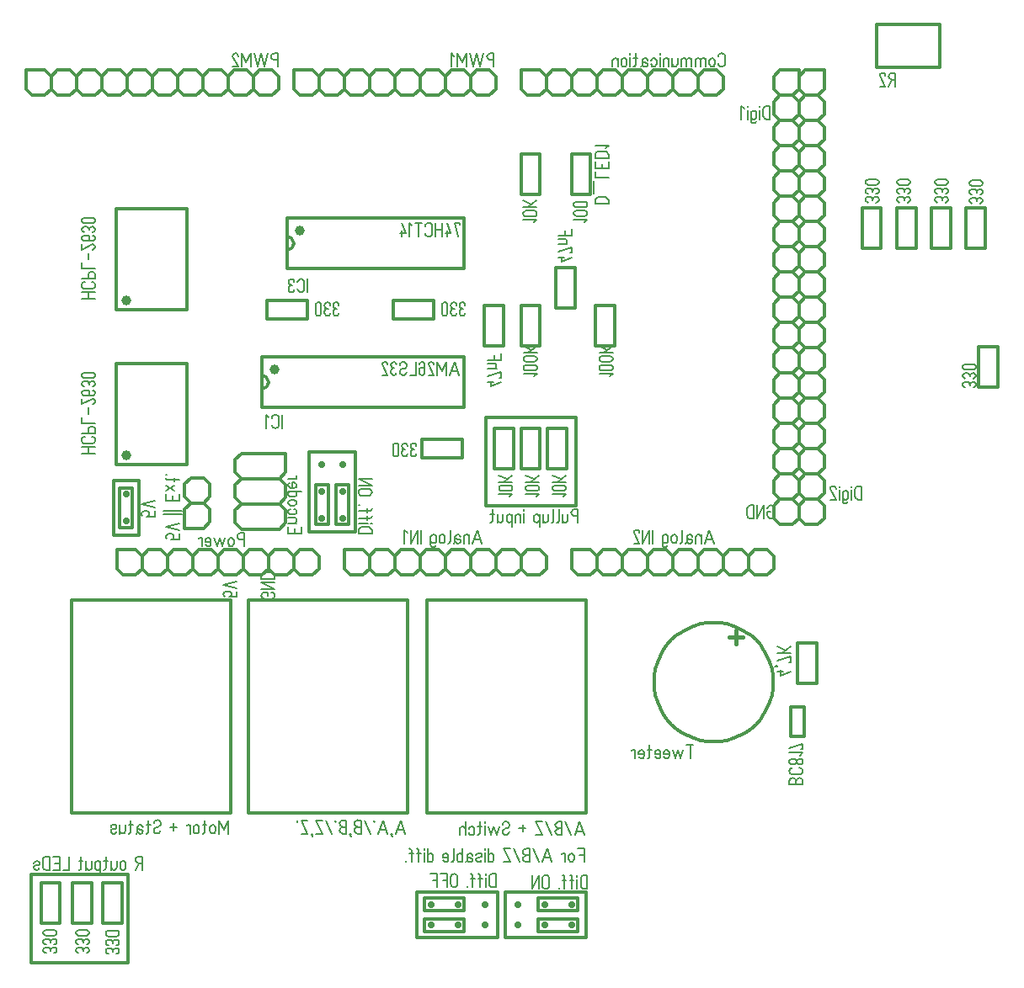
<source format=gbo>
%FSLAX35Y35*%
%MOIN*%
%IN7=Bestoeckungsdruckunten(X.GBO)*%
%ADD10C,0.00591*%
%ADD11C,0.00614*%
%ADD12C,0.00768*%
%ADD13C,0.00787*%
%ADD14C,0.01024*%
%ADD15C,0.01181*%
%ADD16C,0.01280*%
%ADD17C,0.01535*%
%ADD18C,0.01575*%
%ADD19C,0.01969*%
%ADD20C,0.02362*%
%ADD21C,0.02795*%
%ADD22C,0.03937*%
%ADD23C,0.12205*%
%ADD24C,0.12598*%
%ADD25C,0.13780*%
%ADD26C,0.14173*%
%AMR_27*21,1,0.01181,0.01181,0,0,0.000*%
%ADD27R_27*%
%AMR_28*21,1,0.01250,0.01250,0,0,0.000*%
%ADD28R_28*%
%AMR_29*21,1,0.01280,0.01280,0,0,0.000*%
%ADD29R_29*%
%AMR_30*21,1,0.01476,0.01476,0,0,0.000*%
%ADD30R_30*%
%AMR_31*21,1,0.01575,0.01575,0,0,0.000*%
%ADD31R_31*%
%AMR_32*21,1,0.01772,0.01772,0,0,0.000*%
%ADD32R_32*%
%AMR_33*21,1,0.01969,0.01969,0,0,0.000*%
%ADD33R_33*%
%AMR_34*21,1,0.04587,0.05433,0,0,90.000*%
%ADD34R_34*%
%AMR_35*21,1,0.05000,0.05000,0,0,0.000*%
%ADD35R_35*%
%AMR_36*21,1,0.05000,0.05000,0,0,90.000*%
%ADD36R_36*%
%AMR_37*21,1,0.05000,0.05000,0,0,180.000*%
%ADD37R_37*%
%AMR_38*21,1,0.05000,0.05000,0,0,270.000*%
%ADD38R_38*%
%AMR_39*21,1,0.05000,0.09843,0,0,0.000*%
%ADD39R_39*%
%AMR_40*21,1,0.05000,0.10000,0,0,90.000*%
%ADD40R_40*%
%AMR_41*21,1,0.12205,0.05118,0,0,90.000*%
%ADD41R_41*%
%AMR_42*21,1,0.12205,0.05118,0,0,180.000*%
%ADD42R_42*%
%AMR_43*21,1,0.19685,0.19685,0,0,0.000*%
%ADD43R_43*%
%AMOCT_44*4,1,8,0.029528,0.014764,0.014764,0.029528,-0.014764,0.029528,-0.029528,0.014764,-0.029528,-0.014764,-0.014764,-0.029528,0.014764,-0.029528,0.029528,-0.014764,0.029528,0.014764,0.000*%
%ADD44OCT_44*%
%AMOCT_45*4,1,8,0.031496,0.015748,0.015748,0.031496,-0.015748,0.031496,-0.031496,0.015748,-0.031496,-0.015748,-0.015748,-0.031496,0.015748,-0.031496,0.031496,-0.015748,0.031496,0.015748,-0.000*%
%ADD45OCT_45*%
%AMOCT_46*4,1,8,0.031496,0.015748,0.015748,0.031496,-0.015748,0.031496,-0.031496,0.015748,-0.031496,-0.015748,-0.015748,-0.031496,0.015748,-0.031496,0.031496,-0.015748,0.031496,0.015748,90.000*%
%ADD46OCT_46*%
%AMOCT_47*4,1,8,0.031496,0.015748,0.015748,0.031496,-0.015748,0.031496,-0.031496,0.015748,-0.031496,-0.015748,-0.015748,-0.031496,0.015748,-0.031496,0.031496,-0.015748,0.031496,0.015748,180.000*%
%ADD47OCT_47*%
%AMOCT_48*4,1,8,0.031496,0.015748,0.015748,0.031496,-0.015748,0.031496,-0.031496,0.015748,-0.031496,-0.015748,-0.015748,-0.031496,0.015748,-0.031496,0.031496,-0.015748,0.031496,0.015748,270.000*%
%ADD48OCT_48*%
%AMOCT_49*4,1,8,0.035433,0.017717,0.017717,0.035433,-0.017717,0.035433,-0.035433,0.017717,-0.035433,-0.017717,-0.017717,-0.035433,0.017717,-0.035433,0.035433,-0.017717,0.035433,0.017717,180.000*%
%ADD49OCT_49*%
%AMOCT_50*4,1,8,0.035433,0.017717,0.017717,0.035433,-0.017717,0.035433,-0.035433,0.017717,-0.035433,-0.017717,-0.017717,-0.035433,0.017717,-0.035433,0.035433,-0.017717,0.035433,0.017717,270.000*%
%ADD50OCT_50*%
%AMOCT_51*4,1,8,0.039370,0.019685,0.019685,0.039370,-0.019685,0.039370,-0.039370,0.019685,-0.039370,-0.019685,-0.019685,-0.039370,0.019685,-0.039370,0.039370,-0.019685,0.039370,0.019685,0.000*%
%ADD51OCT_51*%
%AMOCT_52*4,1,8,0.039370,0.019685,0.019685,0.039370,-0.019685,0.039370,-0.039370,0.019685,-0.039370,-0.019685,-0.019685,-0.039370,0.019685,-0.039370,0.039370,-0.019685,0.039370,0.019685,270.000*%
%ADD52OCT_52*%
%AMOCT_53*4,1,8,0.049213,0.024606,0.024606,0.049213,-0.024606,0.049213,-0.049213,0.024606,-0.049213,-0.024606,-0.024606,-0.049213,0.024606,-0.049213,0.049213,-0.024606,0.049213,0.024606,180.000*%
%ADD53OCT_53*%
%AMO_54*20,1,0.03937,-0.00787,0.00000,0.00787,0.00000,0*1,1,0.03937,-0.00787,0.00000*1,1,0.03937,0.00787,0.00000*%
%ADD54O_54*%
%AMO_55*20,1,0.05000,0.00000,-0.02421,0.00000,0.02421,0*1,1,0.05000,0.00000,-0.02421*1,1,0.05000,0.00000,0.02421*%
%ADD55O_55*%
%AMO_56*20,1,0.05000,0.02500,0.00000,-0.02500,0.00000,0*1,1,0.05000,0.02500,0.00000*1,1,0.05000,-0.02500,0.00000*%
%ADD56O_56*%
%AMRR_57*21,1,0.06299,0.05039,0,0,-0.000*21,1,0.05039,0.06299,0,0,-0.000*1,1,0.01260,0.02520,0.02520*1,1,0.01260,-0.02520,-0.02520*1,1,0.01260,0.02520,-0.02520*1,1,0.01260,-0.02520,0.02520*%
%ADD57RR_57*%
%AMRR_58*21,1,0.06299,0.05039,0,0,90.000*21,1,0.05039,0.06299,0,0,90.000*1,1,0.01260,-0.02520,0.02520*1,1,0.01260,0.02520,-0.02520*1,1,0.01260,0.02520,0.02520*1,1,0.01260,-0.02520,-0.02520*%
%ADD58RR_58*%
%AMRR_59*21,1,0.06299,0.05039,0,0,180.000*21,1,0.05039,0.06299,0,0,180.000*1,1,0.01260,-0.02520,-0.02520*1,1,0.01260,0.02520,0.02520*1,1,0.01260,-0.02520,0.02520*1,1,0.01260,0.02520,-0.02520*%
%ADD59RR_59*%
%AMRR_60*21,1,0.06299,0.05039,0,0,270.000*21,1,0.05039,0.06299,0,0,270.000*1,1,0.01260,0.02520,-0.02520*1,1,0.01260,-0.02520,0.02520*1,1,0.01260,-0.02520,-0.02520*1,1,0.01260,0.02520,0.02520*%
%ADD60RR_60*%
G54D12*
X103118Y373100D02*
X103118Y375757D01*
X101818Y375757D01*
X101818Y378444D02*
X101310Y378343D01*
X100879Y378055D01*
X100591Y377624D01*
X100490Y377116D01*
X100591Y376607D01*
X100879Y376176D01*
X101310Y375888D01*
X101818Y375787D01*
X101818Y378415D02*
X103118Y378415D01*
X103118Y375757D01*
X99102Y378415D02*
X97803Y373100D01*
X96444Y378415D01*
X95086Y373100D01*
X93787Y378415D01*
X92429Y373100D02*
X92429Y378415D01*
X90598Y374694D01*
X88708Y378415D01*
X88708Y373100D01*
X87350Y377352D02*
X87245Y377813D01*
X86950Y378183D01*
X86523Y378388D01*
X86050Y378388D01*
X85624Y378183D01*
X85329Y377813D01*
X85224Y377352D01*
X87350Y373100D01*
X85224Y373100D01*
X295203Y353582D02*
X295316Y353076D01*
X295613Y352651D01*
X296051Y352373D01*
X296562Y352283D01*
X297861Y352283D01*
X297861Y357598D01*
X296562Y357598D01*
X296051Y357508D01*
X295613Y357230D01*
X295316Y356805D01*
X295203Y356299D01*
X295203Y353582D01*
X293845Y352283D02*
X293845Y356003D01*
X293845Y357066D02*
X293845Y357598D01*
X290361Y351751D02*
X290475Y351272D01*
X290792Y350896D01*
X291245Y350703D01*
X291736Y350734D01*
X292161Y350983D01*
X292428Y351397D01*
X290361Y351751D02*
X290361Y354645D01*
X292487Y354645D02*
X292381Y355106D01*
X292086Y355476D01*
X291660Y355682D01*
X291187Y355682D01*
X290761Y355476D01*
X290466Y355106D01*
X290361Y354645D01*
X292487Y354645D02*
X292487Y353346D01*
X290361Y353346D02*
X290466Y352885D01*
X290761Y352515D01*
X291187Y352310D01*
X291660Y352310D01*
X292086Y352515D01*
X292381Y352885D01*
X292487Y353346D01*
X289002Y352283D02*
X289002Y356003D01*
X289002Y357066D02*
X289002Y357598D01*
X287644Y356535D02*
X286581Y357598D01*
X286581Y352283D01*
X331511Y202957D02*
X331624Y202451D01*
X331921Y202026D01*
X332359Y201748D01*
X332870Y201658D01*
X334169Y201658D01*
X334169Y206973D01*
X332870Y206973D01*
X332359Y206883D01*
X331921Y206605D01*
X331624Y206180D01*
X331511Y205674D01*
X331511Y202957D01*
X330153Y201658D02*
X330153Y205378D01*
X330153Y206441D02*
X330153Y206973D01*
X326669Y201126D02*
X326783Y200647D01*
X327100Y200271D01*
X327553Y200078D01*
X328044Y200109D01*
X328469Y200358D01*
X328736Y200772D01*
X326669Y201126D02*
X326669Y204020D01*
X328795Y204020D02*
X328690Y204481D01*
X328395Y204851D01*
X327968Y205057D01*
X327495Y205057D01*
X327069Y204851D01*
X326774Y204481D01*
X326669Y204020D01*
X328795Y204020D02*
X328795Y202721D01*
X326669Y202721D02*
X326774Y202260D01*
X327069Y201890D01*
X327495Y201685D01*
X327968Y201685D01*
X328395Y201890D01*
X328690Y202260D01*
X328795Y202721D01*
X325311Y201658D02*
X325311Y205378D01*
X325311Y206441D02*
X325311Y206973D01*
X323952Y205910D02*
X323847Y206371D01*
X323552Y206741D01*
X323126Y206946D01*
X322653Y206946D01*
X322227Y206741D01*
X321932Y206371D01*
X321826Y205910D01*
X323952Y201658D01*
X321826Y201658D01*
X89649Y183100D02*
X89649Y185757D01*
X88350Y185757D01*
X88350Y188444D02*
X87841Y188343D01*
X87410Y188055D01*
X87122Y187624D01*
X87021Y187116D01*
X87122Y186607D01*
X87410Y186176D01*
X87841Y185888D01*
X88350Y185787D01*
X88350Y188415D02*
X89649Y188415D01*
X89649Y185757D01*
X83507Y185462D02*
X83507Y184163D01*
X85633Y185462D02*
X85528Y185923D01*
X85233Y186293D01*
X84807Y186498D01*
X84334Y186498D01*
X83908Y186293D01*
X83613Y185923D01*
X83507Y185462D01*
X85633Y184163D02*
X85633Y185462D01*
X83507Y184163D02*
X83613Y183702D01*
X83908Y183332D01*
X84334Y183127D01*
X84807Y183127D01*
X85233Y183332D01*
X85528Y183702D01*
X85633Y184163D01*
X82149Y186584D02*
X81086Y183100D01*
X80023Y186584D01*
X78960Y183100D01*
X77897Y186584D01*
X76539Y184931D02*
X74413Y184931D01*
X74413Y185462D01*
X76539Y185462D02*
X76434Y185923D01*
X76139Y186293D01*
X75712Y186498D01*
X75239Y186498D01*
X74813Y186293D01*
X74518Y185923D01*
X74413Y185462D01*
X76539Y185462D02*
X76539Y184163D01*
X74472Y183809D02*
X74739Y183395D01*
X75163Y183146D01*
X75655Y183114D01*
X76108Y183307D01*
X76425Y183684D01*
X76539Y184163D01*
X73055Y183100D02*
X73055Y186584D01*
X73055Y185757D02*
X72974Y186123D01*
X72736Y186412D01*
X72392Y186561D01*
X72019Y186538D01*
X71696Y186348D01*
X183921Y184350D02*
X182090Y189665D01*
X180200Y184350D01*
X183389Y185944D02*
X180732Y185944D01*
X178842Y184350D02*
X178842Y187834D01*
X178842Y186712D02*
X178737Y187173D01*
X178442Y187543D01*
X178016Y187748D01*
X177542Y187748D01*
X177116Y187543D01*
X176821Y187173D01*
X176716Y186712D01*
X176716Y184350D01*
X175358Y186712D02*
X175253Y187173D01*
X174958Y187543D01*
X174531Y187748D01*
X174058Y187748D01*
X173632Y187543D01*
X173337Y187173D01*
X173232Y186712D01*
X173353Y186317D01*
X173656Y186036D01*
X174059Y185944D01*
X174590Y185944D01*
X174590Y184320D02*
X174989Y184427D01*
X175280Y184719D01*
X175387Y185118D01*
X175280Y185516D01*
X174989Y185808D01*
X174590Y185915D01*
X174590Y184350D02*
X174059Y184350D01*
X173232Y185118D02*
X173353Y184723D01*
X173656Y184442D01*
X174059Y184350D01*
X173232Y186712D02*
X173232Y184881D01*
X172700Y184350D01*
X171342Y189665D02*
X171342Y185118D01*
X170574Y184350D02*
X170958Y184453D01*
X171239Y184734D01*
X171342Y185118D01*
X167090Y186712D02*
X167090Y185413D01*
X169216Y186712D02*
X169111Y187173D01*
X168816Y187543D01*
X168390Y187748D01*
X167917Y187748D01*
X167490Y187543D01*
X167195Y187173D01*
X167090Y186712D01*
X169216Y185413D02*
X169216Y186712D01*
X167090Y185413D02*
X167195Y184952D01*
X167490Y184582D01*
X167917Y184377D01*
X168390Y184377D01*
X168816Y184582D01*
X169111Y184952D01*
X169216Y185413D01*
X163606Y183818D02*
X163720Y183339D01*
X164037Y182963D01*
X164490Y182770D01*
X164981Y182801D01*
X165406Y183050D01*
X165673Y183464D01*
X163606Y183818D02*
X163606Y186712D01*
X165732Y186712D02*
X165627Y187173D01*
X165332Y187543D01*
X164905Y187748D01*
X164432Y187748D01*
X164006Y187543D01*
X163711Y187173D01*
X163606Y186712D01*
X165732Y186712D02*
X165732Y185413D01*
X163606Y185413D02*
X163711Y184952D01*
X164006Y184582D01*
X164432Y184377D01*
X164905Y184377D01*
X165332Y184582D01*
X165627Y184952D01*
X165732Y185413D01*
X159708Y184350D02*
X159708Y189665D01*
X158350Y184350D02*
X158350Y189665D01*
X155692Y184350D01*
X155692Y189665D01*
X154334Y188602D02*
X153271Y189665D01*
X153271Y184350D01*
X275738Y184350D02*
X273907Y189665D01*
X272017Y184350D01*
X275206Y185944D02*
X272549Y185944D01*
X270659Y184350D02*
X270659Y187834D01*
X270659Y186712D02*
X270554Y187173D01*
X270259Y187543D01*
X269832Y187748D01*
X269359Y187748D01*
X268933Y187543D01*
X268638Y187173D01*
X268533Y186712D01*
X268533Y184350D01*
X267175Y186712D02*
X267069Y187173D01*
X266774Y187543D01*
X266348Y187748D01*
X265875Y187748D01*
X265449Y187543D01*
X265154Y187173D01*
X265049Y186712D01*
X265170Y186317D01*
X265473Y186036D01*
X265875Y185944D01*
X266407Y185944D01*
X266407Y184320D02*
X266806Y184427D01*
X267097Y184719D01*
X267204Y185118D01*
X267097Y185516D01*
X266806Y185808D01*
X266407Y185915D01*
X266407Y184350D02*
X265875Y184350D01*
X265049Y185118D02*
X265170Y184723D01*
X265473Y184442D01*
X265875Y184350D01*
X265049Y186712D02*
X265049Y184881D01*
X264517Y184350D01*
X263159Y189665D02*
X263159Y185118D01*
X262391Y184350D02*
X262775Y184453D01*
X263056Y184734D01*
X263159Y185118D01*
X258907Y186712D02*
X258907Y185413D01*
X261033Y186712D02*
X260928Y187173D01*
X260633Y187543D01*
X260207Y187748D01*
X259733Y187748D01*
X259307Y187543D01*
X259012Y187173D01*
X258907Y186712D01*
X261033Y185413D02*
X261033Y186712D01*
X258907Y185413D02*
X259012Y184952D01*
X259307Y184582D01*
X259733Y184377D01*
X260207Y184377D01*
X260633Y184582D01*
X260928Y184952D01*
X261033Y185413D01*
X255423Y183818D02*
X255537Y183339D01*
X255854Y182963D01*
X256307Y182770D01*
X256798Y182801D01*
X257223Y183050D01*
X257490Y183464D01*
X255423Y183818D02*
X255423Y186712D01*
X257549Y186712D02*
X257443Y187173D01*
X257148Y187543D01*
X256722Y187748D01*
X256249Y187748D01*
X255823Y187543D01*
X255528Y187173D01*
X255423Y186712D01*
X257549Y186712D02*
X257549Y185413D01*
X255423Y185413D02*
X255528Y184952D01*
X255823Y184582D01*
X256249Y184377D01*
X256722Y184377D01*
X257148Y184582D01*
X257443Y184952D01*
X257549Y185413D01*
X251525Y184350D02*
X251525Y189665D01*
X250167Y184350D02*
X250167Y189665D01*
X247509Y184350D01*
X247509Y189665D01*
X246151Y188602D02*
X246046Y189063D01*
X245751Y189433D01*
X245325Y189638D01*
X244852Y189638D01*
X244425Y189433D01*
X244130Y189063D01*
X244025Y188602D01*
X246151Y184350D01*
X244025Y184350D01*
X280070Y377116D02*
X279969Y377624D01*
X279681Y378055D01*
X279250Y378343D01*
X278742Y378444D01*
X278233Y378343D01*
X277802Y378055D01*
X277514Y377624D01*
X277413Y377116D01*
X280041Y377116D02*
X280041Y374399D01*
X277413Y374399D02*
X277514Y373891D01*
X277802Y373460D01*
X278233Y373172D01*
X278742Y373070D01*
X279250Y373172D01*
X279681Y373460D01*
X279969Y373891D01*
X280070Y374399D01*
X273899Y375462D02*
X273899Y374163D01*
X276025Y375462D02*
X275920Y375923D01*
X275625Y376293D01*
X275199Y376498D01*
X274726Y376498D01*
X274299Y376293D01*
X274004Y375923D01*
X273899Y375462D01*
X276025Y374163D02*
X276025Y375462D01*
X273899Y374163D02*
X274004Y373702D01*
X274299Y373332D01*
X274726Y373127D01*
X275199Y373127D01*
X275625Y373332D01*
X275920Y373702D01*
X276025Y374163D01*
X272541Y373100D02*
X272541Y376584D01*
X272541Y375462D02*
X272436Y375923D01*
X272141Y376293D01*
X271714Y376498D01*
X271241Y376498D01*
X270815Y376293D01*
X270520Y375923D01*
X270415Y375462D01*
X270415Y373100D01*
X270415Y375462D02*
X270310Y375923D01*
X270015Y376293D01*
X269588Y376498D01*
X269115Y376498D01*
X268689Y376293D01*
X268394Y375923D01*
X268289Y375462D01*
X268289Y373100D01*
X266931Y373100D02*
X266931Y376584D01*
X266931Y375462D02*
X266825Y375923D01*
X266530Y376293D01*
X266104Y376498D01*
X265631Y376498D01*
X265205Y376293D01*
X264910Y375923D01*
X264805Y375462D01*
X264805Y373100D01*
X264805Y375462D02*
X264699Y375923D01*
X264404Y376293D01*
X263978Y376498D01*
X263505Y376498D01*
X263079Y376293D01*
X262784Y375923D01*
X262679Y375462D01*
X262679Y373100D01*
X261320Y376584D02*
X261320Y374163D01*
X259194Y374163D02*
X259300Y373702D01*
X259595Y373332D01*
X260021Y373127D01*
X260494Y373127D01*
X260920Y373332D01*
X261215Y373702D01*
X261320Y374163D01*
X259194Y376584D02*
X259194Y373100D01*
X257836Y373100D02*
X257836Y376584D01*
X257836Y375462D02*
X257731Y375923D01*
X257436Y376293D01*
X257010Y376498D01*
X256537Y376498D01*
X256110Y376293D01*
X255815Y375923D01*
X255710Y375462D01*
X255710Y373100D01*
X254352Y373100D02*
X254352Y376820D01*
X254352Y377883D02*
X254352Y378415D01*
X252994Y375462D02*
X252888Y375923D01*
X252593Y376293D01*
X252167Y376498D01*
X251694Y376498D01*
X251268Y376293D01*
X250973Y375923D01*
X250868Y375462D01*
X252994Y375462D02*
X252994Y374163D01*
X250868Y374163D02*
X250973Y373702D01*
X251268Y373332D01*
X251694Y373127D01*
X252167Y373127D01*
X252593Y373332D01*
X252888Y373702D01*
X252994Y374163D01*
X249509Y375462D02*
X249404Y375923D01*
X249109Y376293D01*
X248683Y376498D01*
X248210Y376498D01*
X247784Y376293D01*
X247489Y375923D01*
X247383Y375462D01*
X247505Y375067D01*
X247807Y374786D01*
X248210Y374694D01*
X248742Y374694D01*
X248742Y373070D02*
X249140Y373177D01*
X249432Y373469D01*
X249539Y373868D01*
X249432Y374266D01*
X249140Y374558D01*
X248742Y374665D01*
X248742Y373100D02*
X248210Y373100D01*
X247383Y373868D02*
X247505Y373473D01*
X247807Y373192D01*
X248210Y373100D01*
X247383Y375462D02*
X247383Y373631D01*
X246852Y373100D01*
X245494Y376584D02*
X243899Y376584D01*
X244726Y378415D02*
X244726Y373868D01*
X243899Y373100D02*
X244302Y373192D01*
X244604Y373473D01*
X244726Y373868D01*
X242541Y373100D02*
X242541Y376820D01*
X242541Y377883D02*
X242541Y378415D01*
X239057Y375462D02*
X239057Y374163D01*
X241183Y375462D02*
X241077Y375923D01*
X240782Y376293D01*
X240356Y376498D01*
X239883Y376498D01*
X239457Y376293D01*
X239162Y375923D01*
X239057Y375462D01*
X241183Y374163D02*
X241183Y375462D01*
X239057Y374163D02*
X239162Y373702D01*
X239457Y373332D01*
X239883Y373127D01*
X240356Y373127D01*
X240782Y373332D01*
X241077Y373702D01*
X241183Y374163D01*
X237698Y373100D02*
X237698Y376584D01*
X237698Y375462D02*
X237593Y375923D01*
X237298Y376293D01*
X236872Y376498D01*
X236399Y376498D01*
X235973Y376293D01*
X235678Y375923D01*
X235572Y375462D01*
X235572Y373100D01*
X188527Y373100D02*
X188527Y375757D01*
X187228Y375757D01*
X187228Y378444D02*
X186719Y378343D01*
X186288Y378055D01*
X186000Y377624D01*
X185899Y377116D01*
X186000Y376607D01*
X186288Y376176D01*
X186719Y375888D01*
X187228Y375787D01*
X187228Y378415D02*
X188527Y378415D01*
X188527Y375757D01*
X184511Y378415D02*
X183212Y373100D01*
X181854Y378415D01*
X180496Y373100D01*
X179196Y378415D01*
X177838Y373100D02*
X177838Y378415D01*
X176007Y374694D01*
X174118Y378415D01*
X174118Y373100D01*
X172759Y377352D02*
X171696Y378415D01*
X171696Y373100D01*
X229930Y321387D02*
X229424Y321275D01*
X228999Y320977D01*
X228721Y320539D01*
X228631Y320029D01*
X228631Y318729D01*
X233946Y318729D01*
X233946Y320029D01*
X233856Y320539D01*
X233578Y320977D01*
X233153Y321275D01*
X232646Y321387D01*
X229930Y321387D01*
X228217Y327765D02*
X228217Y322745D01*
X233946Y329123D02*
X228631Y329123D01*
X228631Y331485D01*
X233946Y335501D02*
X233946Y332844D01*
X231288Y332844D01*
X231288Y334674D01*
X231288Y332844D02*
X228631Y332844D01*
X228631Y335501D01*
X229930Y339517D02*
X229424Y339405D01*
X228999Y339107D01*
X228721Y338669D01*
X228631Y338159D01*
X228631Y336859D01*
X233946Y336859D01*
X233946Y338159D01*
X233856Y338669D01*
X233578Y339107D01*
X233153Y339405D01*
X232646Y339517D01*
X229930Y339517D01*
X232883Y340875D02*
X233946Y341938D01*
X228631Y341938D01*
X224496Y311570D02*
X225559Y312633D01*
X220244Y312633D01*
X224496Y316118D02*
X221307Y316118D01*
X224496Y313992D02*
X224957Y314097D01*
X225327Y314392D01*
X225533Y314818D01*
X225533Y315291D01*
X225327Y315717D01*
X224957Y316012D01*
X224496Y316118D01*
X221307Y313992D02*
X224496Y313992D01*
X221307Y316118D02*
X220846Y316012D01*
X220476Y315717D01*
X220271Y315291D01*
X220271Y314818D01*
X220476Y314392D01*
X220846Y314097D01*
X221307Y313992D01*
X224496Y319602D02*
X221307Y319602D01*
X224496Y317476D02*
X224957Y317581D01*
X225327Y317876D01*
X225533Y318302D01*
X225533Y318775D01*
X225327Y319202D01*
X224957Y319497D01*
X224496Y319602D01*
X221307Y317476D02*
X224496Y317476D01*
X221307Y319602D02*
X220846Y319497D01*
X220476Y319202D01*
X220271Y318775D01*
X220271Y318302D01*
X220476Y317876D01*
X220846Y317581D01*
X221307Y317476D01*
X204496Y311487D02*
X205559Y312550D01*
X200244Y312550D01*
X204496Y316034D02*
X201307Y316034D01*
X204496Y313908D02*
X204957Y314013D01*
X205327Y314308D01*
X205533Y314734D01*
X205533Y315208D01*
X205327Y315634D01*
X204957Y315929D01*
X204496Y316034D01*
X201307Y313908D02*
X204496Y313908D01*
X201307Y316034D02*
X200846Y315929D01*
X200476Y315634D01*
X200271Y315208D01*
X200271Y314734D01*
X200476Y314308D01*
X200846Y314013D01*
X201307Y313908D01*
X200244Y317392D02*
X205559Y317392D01*
X202075Y317392D02*
X205559Y320050D01*
X203433Y318455D02*
X200244Y320050D01*
X336738Y321470D02*
X336277Y321365D01*
X335907Y321070D01*
X335702Y320643D01*
X335702Y320170D01*
X335907Y319744D01*
X336277Y319449D01*
X336738Y319344D01*
X337506Y321470D02*
X336738Y321470D01*
X338569Y320407D02*
X338488Y320814D01*
X338257Y321159D01*
X337913Y321389D01*
X337506Y321470D01*
X338569Y320112D02*
X338569Y320407D01*
X338569Y320112D01*
X339691Y321470D02*
X339270Y321398D01*
X338909Y321171D01*
X338663Y320823D01*
X338569Y320407D01*
X339927Y321470D02*
X339691Y321470D01*
X339927Y319344D02*
X340388Y319449D01*
X340758Y319744D01*
X340963Y320170D01*
X340963Y320643D01*
X340758Y321070D01*
X340388Y321365D01*
X339927Y321470D01*
X336738Y324954D02*
X336277Y324849D01*
X335907Y324554D01*
X335702Y324128D01*
X335702Y323655D01*
X335907Y323228D01*
X336277Y322933D01*
X336738Y322828D01*
X337506Y324954D02*
X336738Y324954D01*
X338569Y323891D02*
X338488Y324298D01*
X338257Y324643D01*
X337913Y324873D01*
X337506Y324954D01*
X338569Y323596D02*
X338569Y323891D01*
X338569Y323596D01*
X339691Y324954D02*
X339270Y324882D01*
X338909Y324655D01*
X338663Y324307D01*
X338569Y323891D01*
X339927Y324954D02*
X339691Y324954D01*
X339927Y322828D02*
X340388Y322933D01*
X340758Y323228D01*
X340963Y323655D01*
X340963Y324128D01*
X340758Y324554D01*
X340388Y324849D01*
X339927Y324954D01*
X339927Y328438D02*
X336738Y328438D01*
X339927Y326312D02*
X340388Y326418D01*
X340758Y326713D01*
X340963Y327139D01*
X340963Y327612D01*
X340758Y328038D01*
X340388Y328333D01*
X339927Y328438D01*
X336738Y326312D02*
X339927Y326312D01*
X336738Y328438D02*
X336277Y328333D01*
X335907Y328038D01*
X335702Y327612D01*
X335702Y327139D01*
X335907Y326713D01*
X336277Y326418D01*
X336738Y326312D01*
X349238Y321470D02*
X348777Y321365D01*
X348407Y321070D01*
X348202Y320643D01*
X348202Y320170D01*
X348407Y319744D01*
X348777Y319449D01*
X349238Y319344D01*
X350006Y321470D02*
X349238Y321470D01*
X351069Y320407D02*
X350988Y320814D01*
X350757Y321159D01*
X350413Y321389D01*
X350006Y321470D01*
X351069Y320112D02*
X351069Y320407D01*
X351069Y320112D01*
X352191Y321470D02*
X351770Y321398D01*
X351409Y321171D01*
X351163Y320823D01*
X351069Y320407D01*
X352427Y321470D02*
X352191Y321470D01*
X352427Y319344D02*
X352888Y319449D01*
X353258Y319744D01*
X353463Y320170D01*
X353463Y320643D01*
X353258Y321070D01*
X352888Y321365D01*
X352427Y321470D01*
X349238Y324954D02*
X348777Y324849D01*
X348407Y324554D01*
X348202Y324128D01*
X348202Y323655D01*
X348407Y323228D01*
X348777Y322933D01*
X349238Y322828D01*
X350006Y324954D02*
X349238Y324954D01*
X351069Y323891D02*
X350988Y324298D01*
X350757Y324643D01*
X350413Y324873D01*
X350006Y324954D01*
X351069Y323596D02*
X351069Y323891D01*
X351069Y323596D01*
X352191Y324954D02*
X351770Y324882D01*
X351409Y324655D01*
X351163Y324307D01*
X351069Y323891D01*
X352427Y324954D02*
X352191Y324954D01*
X352427Y322828D02*
X352888Y322933D01*
X353258Y323228D01*
X353463Y323655D01*
X353463Y324128D01*
X353258Y324554D01*
X352888Y324849D01*
X352427Y324954D01*
X352427Y328438D02*
X349238Y328438D01*
X352427Y326312D02*
X352888Y326418D01*
X353258Y326713D01*
X353463Y327139D01*
X353463Y327612D01*
X353258Y328038D01*
X352888Y328333D01*
X352427Y328438D01*
X349238Y326312D02*
X352427Y326312D01*
X349238Y328438D02*
X348777Y328333D01*
X348407Y328038D01*
X348202Y327612D01*
X348202Y327139D01*
X348407Y326713D01*
X348777Y326418D01*
X349238Y326312D01*
X364238Y321470D02*
X363777Y321365D01*
X363407Y321070D01*
X363202Y320643D01*
X363202Y320170D01*
X363407Y319744D01*
X363777Y319449D01*
X364238Y319344D01*
X365006Y321470D02*
X364238Y321470D01*
X366069Y320407D02*
X365988Y320814D01*
X365757Y321159D01*
X365413Y321389D01*
X365006Y321470D01*
X366069Y320112D02*
X366069Y320407D01*
X366069Y320112D01*
X367191Y321470D02*
X366770Y321398D01*
X366409Y321171D01*
X366163Y320823D01*
X366069Y320407D01*
X367427Y321470D02*
X367191Y321470D01*
X367427Y319344D02*
X367888Y319449D01*
X368258Y319744D01*
X368463Y320170D01*
X368463Y320643D01*
X368258Y321070D01*
X367888Y321365D01*
X367427Y321470D01*
X364238Y324954D02*
X363777Y324849D01*
X363407Y324554D01*
X363202Y324128D01*
X363202Y323655D01*
X363407Y323228D01*
X363777Y322933D01*
X364238Y322828D01*
X365006Y324954D02*
X364238Y324954D01*
X366069Y323891D02*
X365988Y324298D01*
X365757Y324643D01*
X365413Y324873D01*
X365006Y324954D01*
X366069Y323596D02*
X366069Y323891D01*
X366069Y323596D01*
X367191Y324954D02*
X366770Y324882D01*
X366409Y324655D01*
X366163Y324307D01*
X366069Y323891D01*
X367427Y324954D02*
X367191Y324954D01*
X367427Y322828D02*
X367888Y322933D01*
X368258Y323228D01*
X368463Y323655D01*
X368463Y324128D01*
X368258Y324554D01*
X367888Y324849D01*
X367427Y324954D01*
X367427Y328438D02*
X364238Y328438D01*
X367427Y326312D02*
X367888Y326418D01*
X368258Y326713D01*
X368463Y327139D01*
X368463Y327612D01*
X368258Y328038D01*
X367888Y328333D01*
X367427Y328438D01*
X364238Y326312D02*
X367427Y326312D01*
X364238Y328438D02*
X363777Y328333D01*
X363407Y328038D01*
X363202Y327612D01*
X363202Y327139D01*
X363407Y326713D01*
X363777Y326418D01*
X364238Y326312D01*
X377894Y321111D02*
X377433Y321005D01*
X377063Y320710D01*
X376858Y320284D01*
X376858Y319811D01*
X377063Y319385D01*
X377433Y319090D01*
X377894Y318985D01*
X378662Y321111D02*
X377894Y321111D01*
X379725Y320048D02*
X379644Y320454D01*
X379414Y320799D01*
X379069Y321030D01*
X378662Y321111D01*
X379725Y319752D02*
X379725Y320048D01*
X379725Y319752D01*
X380847Y321111D02*
X380427Y321039D01*
X380066Y320812D01*
X379820Y320464D01*
X379725Y320048D01*
X381083Y321111D02*
X380847Y321111D01*
X381083Y318985D02*
X381545Y319090D01*
X381915Y319385D01*
X382120Y319811D01*
X382120Y320284D01*
X381915Y320710D01*
X381545Y321005D01*
X381083Y321111D01*
X377894Y324595D02*
X377433Y324490D01*
X377063Y324195D01*
X376858Y323768D01*
X376858Y323295D01*
X377063Y322869D01*
X377433Y322574D01*
X377894Y322469D01*
X378662Y324595D02*
X377894Y324595D01*
X379725Y323532D02*
X379644Y323939D01*
X379414Y324284D01*
X379069Y324514D01*
X378662Y324595D01*
X379725Y323237D02*
X379725Y323532D01*
X379725Y323237D01*
X380847Y324595D02*
X380427Y324523D01*
X380066Y324296D01*
X379820Y323948D01*
X379725Y323532D01*
X381083Y324595D02*
X380847Y324595D01*
X381083Y322469D02*
X381545Y322574D01*
X381915Y322869D01*
X382120Y323295D01*
X382120Y323768D01*
X381915Y324195D01*
X381545Y324490D01*
X381083Y324595D01*
X381083Y328079D02*
X377894Y328079D01*
X381083Y325953D02*
X381545Y326058D01*
X381915Y326353D01*
X382120Y326780D01*
X382120Y327253D01*
X381915Y327679D01*
X381545Y327974D01*
X381083Y328079D01*
X377894Y325953D02*
X381083Y325953D01*
X377894Y328079D02*
X377433Y327974D01*
X377063Y327679D01*
X376858Y327253D01*
X376858Y326780D01*
X377063Y326353D01*
X377433Y326058D01*
X377894Y325953D01*
X375151Y248263D02*
X374690Y248158D01*
X374320Y247863D01*
X374114Y247437D01*
X374114Y246964D01*
X374320Y246538D01*
X374690Y246243D01*
X375151Y246137D01*
X375918Y248263D02*
X375151Y248263D01*
X376981Y247200D02*
X376901Y247607D01*
X376670Y247952D01*
X376325Y248182D01*
X375918Y248263D01*
X376981Y246905D02*
X376981Y247200D01*
X376981Y246905D01*
X378104Y248263D02*
X377683Y248192D01*
X377322Y247964D01*
X377076Y247616D01*
X376981Y247200D01*
X378340Y248263D02*
X378104Y248263D01*
X378340Y246137D02*
X378801Y246243D01*
X379171Y246538D01*
X379376Y246964D01*
X379376Y247437D01*
X379171Y247863D01*
X378801Y248158D01*
X378340Y248263D01*
X375151Y251748D02*
X374690Y251642D01*
X374320Y251347D01*
X374114Y250921D01*
X374114Y250448D01*
X374320Y250022D01*
X374690Y249727D01*
X375151Y249622D01*
X375918Y251748D02*
X375151Y251748D01*
X376981Y250685D02*
X376901Y251091D01*
X376670Y251436D01*
X376325Y251667D01*
X375918Y251748D01*
X376981Y250389D02*
X376981Y250685D01*
X376981Y250389D01*
X378104Y251748D02*
X377683Y251676D01*
X377322Y251449D01*
X377076Y251101D01*
X376981Y250685D01*
X378340Y251748D02*
X378104Y251748D01*
X378340Y249622D02*
X378801Y249727D01*
X379171Y250022D01*
X379376Y250448D01*
X379376Y250921D01*
X379171Y251347D01*
X378801Y251642D01*
X378340Y251748D01*
X378340Y255232D02*
X375151Y255232D01*
X378340Y253106D02*
X378801Y253211D01*
X379171Y253506D01*
X379376Y253932D01*
X379376Y254405D01*
X379171Y254832D01*
X378801Y255127D01*
X378340Y255232D01*
X375151Y253106D02*
X378340Y253106D01*
X375151Y255232D02*
X374690Y255127D01*
X374320Y254832D01*
X374114Y254405D01*
X374114Y253932D01*
X374320Y253506D01*
X374690Y253211D01*
X375151Y253106D01*
X153444Y69350D02*
X151614Y74665D01*
X149724Y69350D01*
X152913Y70944D02*
X150255Y70944D01*
X148366Y69350D02*
X147834Y69350D01*
X148307Y68287D01*
X146476Y69350D02*
X144645Y74665D01*
X142755Y69350D01*
X145944Y70944D02*
X143287Y70944D01*
X141161Y74665D02*
X141161Y74133D01*
X141397Y73897D01*
X137440Y74665D02*
X139803Y69350D01*
X134783Y72007D02*
X136082Y72007D01*
X134783Y74694D02*
X134274Y74593D01*
X133843Y74305D01*
X133555Y73874D01*
X133454Y73366D01*
X133555Y72857D01*
X133843Y72426D01*
X134274Y72138D01*
X134783Y72037D01*
X136082Y74665D02*
X134783Y74665D01*
X136082Y69350D02*
X136082Y74665D01*
X134783Y69350D02*
X136082Y69350D01*
X134783Y71978D02*
X134274Y71877D01*
X133843Y71589D01*
X133555Y71158D01*
X133454Y70649D01*
X133555Y70141D01*
X133843Y69710D01*
X134274Y69422D01*
X134783Y69320D01*
X132066Y69350D02*
X131535Y69350D01*
X132007Y68287D01*
X128877Y72007D02*
X130177Y72007D01*
X128877Y74694D02*
X128369Y74593D01*
X127938Y74305D01*
X127650Y73874D01*
X127549Y73366D01*
X127650Y72857D01*
X127938Y72426D01*
X128369Y72138D01*
X128877Y72037D01*
X130177Y74665D02*
X128877Y74665D01*
X130177Y69350D02*
X130177Y74665D01*
X128877Y69350D02*
X130177Y69350D01*
X128877Y71978D02*
X128369Y71877D01*
X127938Y71589D01*
X127650Y71158D01*
X127549Y70649D01*
X127650Y70141D01*
X127938Y69710D01*
X128369Y69422D01*
X128877Y69320D01*
X125925Y74665D02*
X125925Y74133D01*
X126161Y73897D01*
X122204Y74665D02*
X124566Y69350D01*
X120846Y74665D02*
X118188Y74665D01*
X120846Y69350D01*
X118188Y69350D01*
X116830Y69350D02*
X116299Y69350D01*
X116771Y68287D01*
X114940Y74665D02*
X112283Y74665D01*
X114940Y69350D01*
X112283Y69350D01*
X110688Y74665D02*
X110688Y74133D01*
X110925Y73897D01*
X83444Y69350D02*
X83444Y74665D01*
X81614Y70944D01*
X79724Y74665D01*
X79724Y69350D01*
X76240Y71712D02*
X76240Y70413D01*
X78366Y71712D02*
X78260Y72173D01*
X77965Y72543D01*
X77539Y72748D01*
X77066Y72748D01*
X76640Y72543D01*
X76345Y72173D01*
X76240Y71712D01*
X78366Y70413D02*
X78366Y71712D01*
X76240Y70413D02*
X76345Y69952D01*
X76640Y69582D01*
X77066Y69377D01*
X77539Y69377D01*
X77965Y69582D01*
X78260Y69952D01*
X78366Y70413D01*
X74881Y72834D02*
X73287Y72834D01*
X74114Y74665D02*
X74114Y70118D01*
X73287Y69350D02*
X73690Y69442D01*
X73992Y69723D01*
X74114Y70118D01*
X69803Y71712D02*
X69803Y70413D01*
X71929Y71712D02*
X71823Y72173D01*
X71528Y72543D01*
X71102Y72748D01*
X70629Y72748D01*
X70203Y72543D01*
X69908Y72173D01*
X69803Y71712D01*
X71929Y70413D02*
X71929Y71712D01*
X69803Y70413D02*
X69908Y69952D01*
X70203Y69582D01*
X70629Y69377D01*
X71102Y69377D01*
X71528Y69582D01*
X71823Y69952D01*
X71929Y70413D01*
X68444Y69350D02*
X68444Y72834D01*
X68444Y72007D02*
X68363Y72373D01*
X68125Y72662D01*
X67782Y72811D01*
X67409Y72788D01*
X67086Y72598D01*
X63188Y72007D02*
X60531Y72007D01*
X61889Y73366D02*
X61889Y70649D01*
X55334Y72007D02*
X55898Y72130D01*
X56361Y72476D01*
X56637Y72983D01*
X56679Y73559D01*
X56477Y74100D01*
X56068Y74508D01*
X55527Y74710D01*
X54951Y74669D01*
X54445Y74392D01*
X54099Y73930D01*
X53976Y73366D01*
X55334Y72007D02*
X54780Y71899D01*
X54320Y71571D01*
X54039Y71081D01*
X53986Y70519D01*
X54171Y69986D01*
X54562Y69577D01*
X55087Y69368D01*
X55651Y69396D01*
X56152Y69656D01*
X56501Y70100D01*
X56633Y70649D01*
X52618Y72834D02*
X51023Y72834D01*
X51850Y74665D02*
X51850Y70118D01*
X51023Y69350D02*
X51426Y69442D01*
X51728Y69723D01*
X51850Y70118D01*
X49665Y71712D02*
X49560Y72173D01*
X49265Y72543D01*
X48838Y72748D01*
X48365Y72748D01*
X47939Y72543D01*
X47644Y72173D01*
X47539Y71712D01*
X47660Y71317D01*
X47963Y71036D01*
X48366Y70944D01*
X48897Y70944D01*
X48897Y69320D02*
X49296Y69427D01*
X49588Y69719D01*
X49694Y70118D01*
X49588Y70516D01*
X49296Y70808D01*
X48897Y70915D01*
X48897Y69350D02*
X48366Y69350D01*
X47539Y70118D02*
X47660Y69723D01*
X47963Y69442D01*
X48366Y69350D01*
X47539Y71712D02*
X47539Y69881D01*
X47007Y69350D01*
X45649Y72834D02*
X44055Y72834D01*
X44881Y74665D02*
X44881Y70118D01*
X44055Y69350D02*
X44457Y69442D01*
X44760Y69723D01*
X44881Y70118D01*
X42696Y72834D02*
X42696Y70413D01*
X40570Y70413D02*
X40676Y69952D01*
X40971Y69582D01*
X41397Y69377D01*
X41870Y69377D01*
X42296Y69582D01*
X42591Y69952D01*
X42696Y70413D01*
X40570Y72834D02*
X40570Y69350D01*
X38444Y69350D02*
X38828Y69453D01*
X39109Y69734D01*
X39212Y70118D01*
X38444Y69350D02*
X37913Y69350D01*
X37086Y70118D02*
X37208Y69723D01*
X37510Y69442D01*
X37913Y69350D01*
X37086Y70118D02*
X37086Y70413D01*
X37913Y71181D02*
X37510Y71089D01*
X37208Y70808D01*
X37086Y70413D01*
X37913Y71181D02*
X38444Y71181D01*
X38858Y71291D01*
X39160Y71594D01*
X39271Y72007D01*
X39160Y72421D01*
X38858Y72723D01*
X38444Y72834D01*
X37913Y72834D01*
X37500Y72723D01*
X37197Y72421D01*
X37086Y72007D01*
X104744Y229976D02*
X104744Y235291D01*
X103415Y233992D02*
X103314Y234500D01*
X103026Y234931D01*
X102595Y235219D01*
X102086Y235320D01*
X101578Y235219D01*
X101147Y234931D01*
X100859Y234500D01*
X100757Y233992D01*
X103385Y233992D02*
X103385Y231275D01*
X100757Y231275D02*
X100859Y230767D01*
X101147Y230336D01*
X101578Y230047D01*
X102086Y229946D01*
X102595Y230047D01*
X103026Y230336D01*
X103314Y230767D01*
X103415Y231275D01*
X99370Y234228D02*
X98307Y235291D01*
X98307Y229976D01*
X174896Y250851D02*
X173065Y256166D01*
X171176Y250851D01*
X174365Y252445D02*
X171707Y252445D01*
X169817Y250851D02*
X169817Y256166D01*
X167987Y252445D01*
X166097Y256166D01*
X166097Y250851D01*
X164739Y255103D02*
X164633Y255564D01*
X164338Y255934D01*
X163912Y256139D01*
X163439Y256139D01*
X163013Y255934D01*
X162718Y255564D01*
X162613Y255103D01*
X164739Y250851D01*
X162613Y250851D01*
X161254Y255103D02*
X161149Y255564D01*
X160854Y255934D01*
X160428Y256139D01*
X159955Y256139D01*
X159529Y255934D01*
X159234Y255564D01*
X159128Y255103D01*
X161254Y255103D02*
X161254Y251914D01*
X159128Y251914D02*
X159234Y251453D01*
X159529Y251083D01*
X159955Y250878D01*
X160428Y250878D01*
X160854Y251083D01*
X161149Y251453D01*
X161254Y251914D01*
X159128Y251914D02*
X159128Y252977D01*
X161254Y252977D02*
X161149Y253438D01*
X160854Y253808D01*
X160428Y254013D01*
X159955Y254013D01*
X159529Y253808D01*
X159234Y253438D01*
X159128Y252977D01*
X157770Y256166D02*
X157770Y250851D01*
X155408Y250851D01*
X152750Y253508D02*
X153315Y253631D01*
X153777Y253977D01*
X154054Y254484D01*
X154095Y255060D01*
X153893Y255601D01*
X153485Y256009D01*
X152944Y256211D01*
X152368Y256170D01*
X151861Y255893D01*
X151515Y255431D01*
X151392Y254867D01*
X152750Y253508D02*
X152196Y253400D01*
X151737Y253072D01*
X151455Y252582D01*
X151402Y252020D01*
X151588Y251487D01*
X151978Y251078D01*
X152503Y250869D01*
X153067Y250897D01*
X153569Y251157D01*
X153917Y251601D01*
X154050Y252150D01*
X147908Y251914D02*
X148013Y251453D01*
X148308Y251083D01*
X148734Y250878D01*
X149207Y250878D01*
X149634Y251083D01*
X149929Y251453D01*
X150034Y251914D01*
X147908Y252682D02*
X147908Y251914D01*
X148971Y253745D02*
X148564Y253664D01*
X148219Y253433D01*
X147989Y253088D01*
X147908Y252682D01*
X149266Y253745D02*
X148971Y253745D01*
X149266Y253745D01*
X147908Y254867D02*
X147980Y254446D01*
X148207Y254085D01*
X148555Y253839D01*
X148971Y253745D01*
X147908Y255103D02*
X147908Y254867D01*
X150034Y255103D02*
X149929Y255564D01*
X149634Y255934D01*
X149207Y256139D01*
X148734Y256139D01*
X148308Y255934D01*
X148013Y255564D01*
X147908Y255103D01*
X146550Y255103D02*
X146444Y255564D01*
X146149Y255934D01*
X145723Y256139D01*
X145250Y256139D01*
X144824Y255934D01*
X144529Y255564D01*
X144424Y255103D01*
X146550Y250851D01*
X144424Y250851D01*
X175084Y275488D02*
X175189Y275027D01*
X175484Y274657D01*
X175911Y274452D01*
X176384Y274452D01*
X176810Y274657D01*
X177105Y275027D01*
X177210Y275488D01*
X175084Y276256D02*
X175084Y275488D01*
X176147Y277319D02*
X175740Y277238D01*
X175396Y277007D01*
X175165Y276663D01*
X175084Y276256D01*
X176442Y277319D02*
X176147Y277319D01*
X176442Y277319D01*
X175084Y278441D02*
X175156Y278020D01*
X175383Y277659D01*
X175731Y277413D01*
X176147Y277319D01*
X175084Y278677D02*
X175084Y278441D01*
X177210Y278677D02*
X177105Y279138D01*
X176810Y279508D01*
X176384Y279713D01*
X175911Y279713D01*
X175484Y279508D01*
X175189Y279138D01*
X175084Y278677D01*
X171600Y275488D02*
X171705Y275027D01*
X172000Y274657D01*
X172426Y274452D01*
X172899Y274452D01*
X173326Y274657D01*
X173621Y275027D01*
X173726Y275488D01*
X171600Y276256D02*
X171600Y275488D01*
X172663Y277319D02*
X172256Y277238D01*
X171911Y277007D01*
X171681Y276663D01*
X171600Y276256D01*
X172958Y277319D02*
X172663Y277319D01*
X172958Y277319D01*
X171600Y278441D02*
X171672Y278020D01*
X171899Y277659D01*
X172247Y277413D01*
X172663Y277319D01*
X171600Y278677D02*
X171600Y278441D01*
X173726Y278677D02*
X173621Y279138D01*
X173326Y279508D01*
X172899Y279713D01*
X172426Y279713D01*
X172000Y279508D01*
X171705Y279138D01*
X171600Y278677D01*
X168116Y278677D02*
X168116Y275488D01*
X170242Y278677D02*
X170136Y279138D01*
X169841Y279508D01*
X169415Y279713D01*
X168942Y279713D01*
X168516Y279508D01*
X168221Y279138D01*
X168116Y278677D01*
X170242Y275488D02*
X170242Y278677D01*
X168116Y275488D02*
X168221Y275027D01*
X168516Y274657D01*
X168942Y274452D01*
X169415Y274452D01*
X169841Y274657D01*
X170136Y275027D01*
X170242Y275488D01*
X155714Y219769D02*
X155819Y219308D01*
X156114Y218938D01*
X156541Y218733D01*
X157014Y218733D01*
X157440Y218938D01*
X157735Y219308D01*
X157840Y219769D01*
X155714Y220537D02*
X155714Y219769D01*
X156777Y221600D02*
X156370Y221519D01*
X156025Y221289D01*
X155795Y220944D01*
X155714Y220537D01*
X157072Y221600D02*
X156777Y221600D01*
X157072Y221600D01*
X155714Y222722D02*
X155786Y222302D01*
X156013Y221941D01*
X156361Y221695D01*
X156777Y221600D01*
X155714Y222958D02*
X155714Y222722D01*
X157840Y222958D02*
X157735Y223420D01*
X157440Y223790D01*
X157014Y223995D01*
X156541Y223995D01*
X156114Y223790D01*
X155819Y223420D01*
X155714Y222958D01*
X152230Y219769D02*
X152335Y219308D01*
X152630Y218938D01*
X153056Y218733D01*
X153529Y218733D01*
X153956Y218938D01*
X154251Y219308D01*
X154356Y219769D01*
X152230Y220537D02*
X152230Y219769D01*
X153293Y221600D02*
X152886Y221519D01*
X152541Y221289D01*
X152311Y220944D01*
X152230Y220537D01*
X153588Y221600D02*
X153293Y221600D01*
X153588Y221600D01*
X152230Y222722D02*
X152302Y222302D01*
X152529Y221941D01*
X152877Y221695D01*
X153293Y221600D01*
X152230Y222958D02*
X152230Y222722D01*
X154356Y222958D02*
X154251Y223420D01*
X153956Y223790D01*
X153529Y223995D01*
X153056Y223995D01*
X152630Y223790D01*
X152335Y223420D01*
X152230Y222958D01*
X148746Y222958D02*
X148746Y219769D01*
X150872Y222958D02*
X150766Y223420D01*
X150471Y223790D01*
X150045Y223995D01*
X149572Y223995D01*
X149146Y223790D01*
X148851Y223420D01*
X148746Y222958D01*
X150872Y219769D02*
X150872Y222958D01*
X148746Y219769D02*
X148851Y219308D01*
X149146Y218938D01*
X149572Y218733D01*
X150045Y218733D01*
X150471Y218938D01*
X150766Y219308D01*
X150872Y219769D01*
X125084Y275488D02*
X125189Y275027D01*
X125484Y274657D01*
X125911Y274452D01*
X126384Y274452D01*
X126810Y274657D01*
X127105Y275027D01*
X127210Y275488D01*
X125084Y276256D02*
X125084Y275488D01*
X126147Y277319D02*
X125740Y277238D01*
X125396Y277007D01*
X125165Y276663D01*
X125084Y276256D01*
X126442Y277319D02*
X126147Y277319D01*
X126442Y277319D01*
X125084Y278441D02*
X125156Y278020D01*
X125383Y277659D01*
X125731Y277413D01*
X126147Y277319D01*
X125084Y278677D02*
X125084Y278441D01*
X127210Y278677D02*
X127105Y279138D01*
X126810Y279508D01*
X126384Y279713D01*
X125911Y279713D01*
X125484Y279508D01*
X125189Y279138D01*
X125084Y278677D01*
X121600Y275488D02*
X121705Y275027D01*
X122000Y274657D01*
X122426Y274452D01*
X122899Y274452D01*
X123326Y274657D01*
X123621Y275027D01*
X123726Y275488D01*
X121600Y276256D02*
X121600Y275488D01*
X122663Y277319D02*
X122256Y277238D01*
X121911Y277007D01*
X121681Y276663D01*
X121600Y276256D01*
X122958Y277319D02*
X122663Y277319D01*
X122958Y277319D01*
X121600Y278441D02*
X121672Y278020D01*
X121899Y277659D01*
X122247Y277413D01*
X122663Y277319D01*
X121600Y278677D02*
X121600Y278441D01*
X123726Y278677D02*
X123621Y279138D01*
X123326Y279508D01*
X122899Y279713D01*
X122426Y279713D01*
X122000Y279508D01*
X121705Y279138D01*
X121600Y278677D01*
X118116Y278677D02*
X118116Y275488D01*
X120242Y278677D02*
X120136Y279138D01*
X119841Y279508D01*
X119415Y279713D01*
X118942Y279713D01*
X118516Y279508D01*
X118221Y279138D01*
X118116Y278677D01*
X120242Y275488D02*
X120242Y278677D01*
X118116Y275488D02*
X118221Y275027D01*
X118516Y274657D01*
X118942Y274452D01*
X119415Y274452D01*
X119841Y274657D01*
X120136Y275027D01*
X120242Y275488D01*
X59788Y188038D02*
X59349Y187944D01*
X58988Y187676D01*
X58770Y187283D01*
X58733Y186835D01*
X58885Y186412D01*
X59197Y186090D01*
X59788Y188038D02*
X60851Y188038D01*
X60851Y185912D02*
X61312Y186018D01*
X61682Y186313D01*
X61887Y186739D01*
X61887Y187212D01*
X61682Y187638D01*
X61312Y187933D01*
X60851Y188038D01*
X60851Y185912D02*
X64040Y185912D01*
X64040Y188038D01*
X64040Y189397D02*
X58725Y190696D01*
X64040Y192054D01*
X65103Y195952D02*
X57662Y195952D01*
X65103Y197310D02*
X57662Y197310D01*
X64040Y203865D02*
X64040Y201208D01*
X61382Y201208D01*
X61382Y203038D01*
X61382Y201208D02*
X58725Y201208D01*
X58725Y203865D01*
X58725Y205223D02*
X62209Y207349D01*
X62209Y205223D02*
X58725Y207349D01*
X62209Y208708D02*
X62209Y210302D01*
X64040Y209475D02*
X59493Y209475D01*
X58725Y210302D02*
X58817Y209899D01*
X59098Y209597D01*
X59493Y209475D01*
X59256Y211660D02*
X58725Y211660D01*
X114911Y283726D02*
X114911Y289041D01*
X113582Y287742D02*
X113481Y288250D01*
X113193Y288681D01*
X112762Y288969D01*
X112253Y289070D01*
X111745Y288969D01*
X111314Y288681D01*
X111026Y288250D01*
X110925Y287742D01*
X113553Y287742D02*
X113553Y285025D01*
X110925Y285025D02*
X111026Y284517D01*
X111314Y284086D01*
X111745Y283797D01*
X112253Y283696D01*
X112762Y283797D01*
X113193Y284086D01*
X113481Y284517D01*
X113582Y285025D01*
X107411Y284789D02*
X107516Y284328D01*
X107811Y283958D01*
X108237Y283753D01*
X108710Y283753D01*
X109137Y283958D01*
X109432Y284328D01*
X109537Y284789D01*
X107411Y285557D02*
X107411Y284789D01*
X108474Y286620D02*
X108067Y286539D01*
X107722Y286308D01*
X107492Y285963D01*
X107411Y285557D01*
X108769Y286620D02*
X108474Y286620D01*
X108769Y286620D01*
X107411Y287742D02*
X107483Y287321D01*
X107710Y286960D01*
X108058Y286714D01*
X108474Y286620D01*
X107411Y287978D02*
X107411Y287742D01*
X109537Y287978D02*
X109432Y288439D01*
X109137Y288809D01*
X108710Y289014D01*
X108237Y289014D01*
X107811Y288809D01*
X107516Y288439D01*
X107411Y287978D01*
X175078Y310398D02*
X175078Y311166D01*
X172952Y311166D01*
X174547Y305851D01*
X170000Y311166D02*
X171594Y307150D01*
X169468Y307150D01*
X170000Y308213D02*
X170000Y305851D01*
X168110Y305851D02*
X168110Y308508D01*
X165452Y308508D01*
X168110Y308508D02*
X168110Y311166D01*
X165452Y311166D02*
X165452Y305851D01*
X164124Y309867D02*
X164022Y310375D01*
X163734Y310806D01*
X163303Y311094D01*
X162795Y311195D01*
X162286Y311094D01*
X161855Y310806D01*
X161567Y310375D01*
X161466Y309867D01*
X164094Y309867D02*
X164094Y307150D01*
X161466Y307150D02*
X161567Y306642D01*
X161855Y306211D01*
X162286Y305922D01*
X162795Y305821D01*
X163303Y305922D01*
X163734Y306211D01*
X164022Y306642D01*
X164124Y307150D01*
X160078Y311166D02*
X157421Y311166D01*
X158779Y311166D02*
X158779Y305851D01*
X156062Y310103D02*
X155000Y311166D01*
X155000Y305851D01*
X152047Y311166D02*
X153641Y307150D01*
X151515Y307150D01*
X152047Y308213D02*
X152047Y305851D01*
X25399Y219899D02*
X28057Y219899D01*
X28057Y222557D01*
X28057Y219899D02*
X30714Y219899D01*
X30714Y222557D02*
X25399Y222557D01*
X29415Y223885D02*
X29923Y223986D01*
X30354Y224275D01*
X30642Y224706D01*
X30744Y225214D01*
X30642Y225723D01*
X30354Y226154D01*
X29923Y226442D01*
X29415Y226543D01*
X29415Y223915D02*
X26698Y223915D01*
X26698Y226543D02*
X26190Y226442D01*
X25759Y226154D01*
X25471Y225723D01*
X25370Y225214D01*
X25471Y224706D01*
X25759Y224275D01*
X26190Y223986D01*
X26698Y223885D01*
X25399Y227931D02*
X28057Y227931D01*
X28057Y229230D01*
X30744Y229230D02*
X30642Y229738D01*
X30354Y230169D01*
X29923Y230457D01*
X29415Y230559D01*
X28906Y230457D01*
X28475Y230169D01*
X28187Y229738D01*
X28086Y229230D01*
X30714Y229230D02*
X30714Y227931D01*
X28057Y227931D01*
X30714Y231946D02*
X25399Y231946D01*
X25399Y234309D01*
X28057Y235667D02*
X28057Y238029D01*
X29651Y239387D02*
X30112Y239493D01*
X30482Y239788D01*
X30687Y240214D01*
X30687Y240687D01*
X30482Y241113D01*
X30112Y241408D01*
X29651Y241513D01*
X25399Y239387D01*
X25399Y241513D01*
X29651Y242872D02*
X30112Y242977D01*
X30482Y243272D01*
X30687Y243698D01*
X30687Y244171D01*
X30482Y244597D01*
X30112Y244892D01*
X29651Y244998D01*
X29651Y242872D02*
X26462Y242872D01*
X26462Y244998D02*
X26001Y244892D01*
X25631Y244597D01*
X25426Y244171D01*
X25426Y243698D01*
X25631Y243272D01*
X26001Y242977D01*
X26462Y242872D01*
X26462Y244998D02*
X27525Y244998D01*
X27525Y242872D02*
X27986Y242977D01*
X28356Y243272D01*
X28561Y243698D01*
X28561Y244171D01*
X28356Y244597D01*
X27986Y244892D01*
X27525Y244998D01*
X26462Y248482D02*
X26001Y248377D01*
X25631Y248082D01*
X25426Y247655D01*
X25426Y247182D01*
X25631Y246756D01*
X26001Y246461D01*
X26462Y246356D01*
X27230Y248482D02*
X26462Y248482D01*
X28293Y247419D02*
X28212Y247826D01*
X27981Y248170D01*
X27637Y248401D01*
X27230Y248482D01*
X28293Y247124D02*
X28293Y247419D01*
X28293Y247124D01*
X29415Y248482D02*
X28994Y248410D01*
X28634Y248183D01*
X28387Y247835D01*
X28293Y247419D01*
X29651Y248482D02*
X29415Y248482D01*
X29651Y246356D02*
X30112Y246461D01*
X30482Y246756D01*
X30687Y247182D01*
X30687Y247655D01*
X30482Y248082D01*
X30112Y248377D01*
X29651Y248482D01*
X29651Y251966D02*
X26462Y251966D01*
X29651Y249840D02*
X30112Y249945D01*
X30482Y250240D01*
X30687Y250667D01*
X30687Y251140D01*
X30482Y251566D01*
X30112Y251861D01*
X29651Y251966D01*
X26462Y249840D02*
X29651Y249840D01*
X26462Y251966D02*
X26001Y251861D01*
X25631Y251566D01*
X25426Y251140D01*
X25426Y250667D01*
X25631Y250240D01*
X26001Y249945D01*
X26462Y249840D01*
X25399Y281149D02*
X28057Y281149D01*
X28057Y283807D01*
X28057Y281149D02*
X30714Y281149D01*
X30714Y283807D02*
X25399Y283807D01*
X29415Y285135D02*
X29923Y285236D01*
X30354Y285525D01*
X30642Y285956D01*
X30744Y286464D01*
X30642Y286973D01*
X30354Y287404D01*
X29923Y287692D01*
X29415Y287793D01*
X29415Y285165D02*
X26698Y285165D01*
X26698Y287793D02*
X26190Y287692D01*
X25759Y287404D01*
X25471Y286973D01*
X25370Y286464D01*
X25471Y285956D01*
X25759Y285525D01*
X26190Y285236D01*
X26698Y285135D01*
X25399Y289181D02*
X28057Y289181D01*
X28057Y290480D01*
X30744Y290480D02*
X30642Y290988D01*
X30354Y291419D01*
X29923Y291707D01*
X29415Y291809D01*
X28906Y291707D01*
X28475Y291419D01*
X28187Y290988D01*
X28086Y290480D01*
X30714Y290480D02*
X30714Y289181D01*
X28057Y289181D01*
X30714Y293196D02*
X25399Y293196D01*
X25399Y295559D01*
X28057Y296917D02*
X28057Y299279D01*
X29651Y300637D02*
X30112Y300743D01*
X30482Y301038D01*
X30687Y301464D01*
X30687Y301937D01*
X30482Y302363D01*
X30112Y302658D01*
X29651Y302763D01*
X25399Y300637D01*
X25399Y302763D01*
X29651Y304122D02*
X30112Y304227D01*
X30482Y304522D01*
X30687Y304948D01*
X30687Y305421D01*
X30482Y305847D01*
X30112Y306142D01*
X29651Y306248D01*
X29651Y304122D02*
X26462Y304122D01*
X26462Y306248D02*
X26001Y306142D01*
X25631Y305847D01*
X25426Y305421D01*
X25426Y304948D01*
X25631Y304522D01*
X26001Y304227D01*
X26462Y304122D01*
X26462Y306248D02*
X27525Y306248D01*
X27525Y304122D02*
X27986Y304227D01*
X28356Y304522D01*
X28561Y304948D01*
X28561Y305421D01*
X28356Y305847D01*
X27986Y306142D01*
X27525Y306248D01*
X26462Y309732D02*
X26001Y309627D01*
X25631Y309332D01*
X25426Y308905D01*
X25426Y308432D01*
X25631Y308006D01*
X26001Y307711D01*
X26462Y307606D01*
X27230Y309732D02*
X26462Y309732D01*
X28293Y308669D02*
X28212Y309076D01*
X27981Y309420D01*
X27637Y309651D01*
X27230Y309732D01*
X28293Y308374D02*
X28293Y308669D01*
X28293Y308374D01*
X29415Y309732D02*
X28994Y309660D01*
X28634Y309433D01*
X28387Y309085D01*
X28293Y308669D01*
X29651Y309732D02*
X29415Y309732D01*
X29651Y307606D02*
X30112Y307711D01*
X30482Y308006D01*
X30687Y308432D01*
X30687Y308905D01*
X30482Y309332D01*
X30112Y309627D01*
X29651Y309732D01*
X29651Y313216D02*
X26462Y313216D01*
X29651Y311090D02*
X30112Y311195D01*
X30482Y311490D01*
X30687Y311917D01*
X30687Y312390D01*
X30482Y312816D01*
X30112Y313111D01*
X29651Y313216D01*
X26462Y311090D02*
X29651Y311090D01*
X26462Y313216D02*
X26001Y313111D01*
X25631Y312816D01*
X25426Y312390D01*
X25426Y311917D01*
X25631Y311490D01*
X26001Y311195D01*
X26462Y311090D01*
X35995Y23842D02*
X35534Y23736D01*
X35164Y23441D01*
X34958Y23015D01*
X34958Y22542D01*
X35164Y22116D01*
X35534Y21821D01*
X35995Y21716D01*
X36762Y23842D02*
X35995Y23842D01*
X37825Y22779D02*
X37745Y23185D01*
X37514Y23530D01*
X37169Y23761D01*
X36762Y23842D01*
X37825Y22483D02*
X37825Y22779D01*
X37825Y22483D01*
X38948Y23842D02*
X38527Y23770D01*
X38166Y23543D01*
X37920Y23194D01*
X37825Y22779D01*
X39184Y23842D02*
X38948Y23842D01*
X39184Y21716D02*
X39645Y21821D01*
X40015Y22116D01*
X40220Y22542D01*
X40220Y23015D01*
X40015Y23441D01*
X39645Y23736D01*
X39184Y23842D01*
X35995Y27326D02*
X35534Y27221D01*
X35164Y26926D01*
X34958Y26499D01*
X34958Y26026D01*
X35164Y25600D01*
X35534Y25305D01*
X35995Y25200D01*
X36762Y27326D02*
X35995Y27326D01*
X37825Y26263D02*
X37745Y26670D01*
X37514Y27014D01*
X37169Y27245D01*
X36762Y27326D01*
X37825Y25968D02*
X37825Y26263D01*
X37825Y25968D01*
X38948Y27326D02*
X38527Y27254D01*
X38166Y27027D01*
X37920Y26679D01*
X37825Y26263D01*
X39184Y27326D02*
X38948Y27326D01*
X39184Y25200D02*
X39645Y25305D01*
X40015Y25600D01*
X40220Y26026D01*
X40220Y26499D01*
X40015Y26926D01*
X39645Y27221D01*
X39184Y27326D01*
X39184Y30810D02*
X35995Y30810D01*
X39184Y28684D02*
X39645Y28789D01*
X40015Y29084D01*
X40220Y29511D01*
X40220Y29984D01*
X40015Y30410D01*
X39645Y30705D01*
X39184Y30810D01*
X35995Y28684D02*
X39184Y28684D01*
X35995Y30810D02*
X35534Y30705D01*
X35164Y30410D01*
X34958Y29984D01*
X34958Y29511D01*
X35164Y29084D01*
X35534Y28789D01*
X35995Y28684D01*
X24120Y24154D02*
X23659Y24049D01*
X23289Y23754D01*
X23083Y23328D01*
X23083Y22855D01*
X23289Y22428D01*
X23659Y22133D01*
X24120Y22028D01*
X24887Y24154D02*
X24120Y24154D01*
X25950Y23091D02*
X25870Y23498D01*
X25639Y23843D01*
X25294Y24073D01*
X24887Y24154D01*
X25950Y22796D02*
X25950Y23091D01*
X25950Y22796D01*
X27073Y24154D02*
X26652Y24082D01*
X26291Y23855D01*
X26045Y23507D01*
X25950Y23091D01*
X27309Y24154D02*
X27073Y24154D01*
X27309Y22028D02*
X27770Y22133D01*
X28140Y22428D01*
X28345Y22855D01*
X28345Y23328D01*
X28140Y23754D01*
X27770Y24049D01*
X27309Y24154D01*
X24120Y27638D02*
X23659Y27533D01*
X23289Y27238D01*
X23083Y26812D01*
X23083Y26339D01*
X23289Y25913D01*
X23659Y25618D01*
X24120Y25512D01*
X24887Y27638D02*
X24120Y27638D01*
X25950Y26575D02*
X25870Y26982D01*
X25639Y27327D01*
X25294Y27557D01*
X24887Y27638D01*
X25950Y26280D02*
X25950Y26575D01*
X25950Y26280D01*
X27073Y27638D02*
X26652Y27567D01*
X26291Y27339D01*
X26045Y26991D01*
X25950Y26575D01*
X27309Y27638D02*
X27073Y27638D01*
X27309Y25512D02*
X27770Y25618D01*
X28140Y25913D01*
X28345Y26339D01*
X28345Y26812D01*
X28140Y27238D01*
X27770Y27533D01*
X27309Y27638D01*
X27309Y31123D02*
X24120Y31123D01*
X27309Y28997D02*
X27770Y29102D01*
X28140Y29397D01*
X28345Y29823D01*
X28345Y30296D01*
X28140Y30722D01*
X27770Y31017D01*
X27309Y31123D01*
X24120Y28997D02*
X27309Y28997D01*
X24120Y31123D02*
X23659Y31017D01*
X23289Y30722D01*
X23083Y30296D01*
X23083Y29823D01*
X23289Y29397D01*
X23659Y29102D01*
X24120Y28997D01*
X11307Y24154D02*
X10846Y24049D01*
X10476Y23754D01*
X10271Y23328D01*
X10271Y22855D01*
X10476Y22428D01*
X10846Y22133D01*
X11307Y22028D01*
X12075Y24154D02*
X11307Y24154D01*
X13138Y23091D02*
X13057Y23498D01*
X12827Y23843D01*
X12482Y24073D01*
X12075Y24154D01*
X13138Y22796D02*
X13138Y23091D01*
X13138Y22796D01*
X14260Y24154D02*
X13840Y24082D01*
X13479Y23855D01*
X13232Y23507D01*
X13138Y23091D01*
X14496Y24154D02*
X14260Y24154D01*
X14496Y22028D02*
X14957Y22133D01*
X15327Y22428D01*
X15533Y22855D01*
X15533Y23328D01*
X15327Y23754D01*
X14957Y24049D01*
X14496Y24154D01*
X11307Y27638D02*
X10846Y27533D01*
X10476Y27238D01*
X10271Y26812D01*
X10271Y26339D01*
X10476Y25913D01*
X10846Y25618D01*
X11307Y25512D01*
X12075Y27638D02*
X11307Y27638D01*
X13138Y26575D02*
X13057Y26982D01*
X12827Y27327D01*
X12482Y27557D01*
X12075Y27638D01*
X13138Y26280D02*
X13138Y26575D01*
X13138Y26280D01*
X14260Y27638D02*
X13840Y27567D01*
X13479Y27339D01*
X13232Y26991D01*
X13138Y26575D01*
X14496Y27638D02*
X14260Y27638D01*
X14496Y25512D02*
X14957Y25618D01*
X15327Y25913D01*
X15533Y26339D01*
X15533Y26812D01*
X15327Y27238D01*
X14957Y27533D01*
X14496Y27638D01*
X14496Y31123D02*
X11307Y31123D01*
X14496Y28997D02*
X14957Y29102D01*
X15327Y29397D01*
X15533Y29823D01*
X15533Y30296D01*
X15327Y30722D01*
X14957Y31017D01*
X14496Y31123D01*
X11307Y28997D02*
X14496Y28997D01*
X11307Y31123D02*
X10846Y31017D01*
X10476Y30722D01*
X10271Y30296D01*
X10271Y29823D01*
X10476Y29397D01*
X10846Y29102D01*
X11307Y28997D01*
X267588Y104384D02*
X264931Y104384D01*
X266289Y104384D02*
X266289Y99069D01*
X263572Y102554D02*
X262509Y99069D01*
X261446Y102554D01*
X260383Y99069D01*
X259320Y102554D01*
X257962Y100900D02*
X255836Y100900D01*
X255836Y101432D01*
X257962Y101432D02*
X257857Y101893D01*
X257562Y102263D01*
X257136Y102468D01*
X256663Y102468D01*
X256236Y102263D01*
X255941Y101893D01*
X255836Y101432D01*
X257962Y101432D02*
X257962Y100132D01*
X255895Y99778D02*
X256162Y99364D01*
X256587Y99115D01*
X257078Y99084D01*
X257531Y99277D01*
X257848Y99653D01*
X257962Y100132D01*
X254478Y100900D02*
X252352Y100900D01*
X252352Y101432D01*
X254478Y101432D02*
X254373Y101893D01*
X254078Y102263D01*
X253651Y102468D01*
X253178Y102468D01*
X252752Y102263D01*
X252457Y101893D01*
X252352Y101432D01*
X254478Y101432D02*
X254478Y100132D01*
X252411Y99778D02*
X252678Y99364D01*
X253102Y99115D01*
X253594Y99084D01*
X254047Y99277D01*
X254364Y99653D01*
X254478Y100132D01*
X250994Y102554D02*
X249399Y102554D01*
X250226Y104384D02*
X250226Y99837D01*
X249399Y99069D02*
X249802Y99161D01*
X250104Y99442D01*
X250226Y99837D01*
X248041Y100900D02*
X245915Y100900D01*
X245915Y101432D01*
X248041Y101432D02*
X247936Y101893D01*
X247641Y102263D01*
X247214Y102468D01*
X246741Y102468D01*
X246315Y102263D01*
X246020Y101893D01*
X245915Y101432D01*
X248041Y101432D02*
X248041Y100132D01*
X245974Y99778D02*
X246241Y99364D01*
X246665Y99115D01*
X247157Y99084D01*
X247610Y99277D01*
X247927Y99653D01*
X248041Y100132D01*
X244557Y99069D02*
X244557Y102554D01*
X244557Y101727D02*
X244476Y102092D01*
X244238Y102381D01*
X243894Y102530D01*
X243521Y102507D01*
X243198Y102317D01*
X308233Y90108D02*
X308233Y88809D01*
X310920Y90108D02*
X310819Y90616D01*
X310531Y91047D01*
X310100Y91335D01*
X309591Y91437D01*
X309083Y91335D01*
X308651Y91047D01*
X308363Y90616D01*
X308262Y90108D01*
X310890Y88809D02*
X310890Y90108D01*
X305575Y88809D02*
X310890Y88809D01*
X305575Y90108D02*
X305575Y88809D01*
X308203Y90108D02*
X308102Y90616D01*
X307814Y91047D01*
X307383Y91335D01*
X306875Y91437D01*
X306366Y91335D01*
X305935Y91047D01*
X305647Y90616D01*
X305546Y90108D01*
X309591Y92795D02*
X310100Y92896D01*
X310531Y93184D01*
X310819Y93615D01*
X310920Y94124D01*
X310819Y94632D01*
X310531Y95063D01*
X310100Y95351D01*
X309591Y95452D01*
X309591Y92824D02*
X306875Y92824D01*
X306875Y95452D02*
X306366Y95351D01*
X305935Y95063D01*
X305647Y94632D01*
X305546Y94124D01*
X305647Y93615D01*
X305935Y93184D01*
X306366Y92896D01*
X306875Y92795D01*
X307406Y98966D02*
X306638Y98966D01*
X307406Y96840D02*
X307867Y96945D01*
X308237Y97240D01*
X308442Y97667D01*
X308442Y98140D01*
X308237Y98566D01*
X307867Y98861D01*
X307406Y98966D01*
X306638Y96840D02*
X307406Y96840D01*
X306638Y98966D02*
X306177Y98861D01*
X305807Y98566D01*
X305602Y98140D01*
X305602Y97667D01*
X305807Y97240D01*
X306177Y96945D01*
X306638Y96840D01*
X309827Y98966D02*
X309591Y98966D01*
X309827Y96840D02*
X310288Y96945D01*
X310658Y97240D01*
X310864Y97667D01*
X310864Y98140D01*
X310658Y98566D01*
X310288Y98861D01*
X309827Y98966D01*
X309591Y96840D02*
X309827Y96840D01*
X309591Y98966D02*
X309130Y98861D01*
X308760Y98566D01*
X308555Y98140D01*
X308555Y97667D01*
X308760Y97240D01*
X309130Y96945D01*
X309591Y96840D01*
X309827Y100324D02*
X310890Y101387D01*
X305575Y101387D01*
X310123Y102746D02*
X310890Y102746D01*
X310890Y104872D01*
X305575Y103277D01*
X306184Y133519D02*
X302168Y131925D01*
X302168Y134051D01*
X303231Y133519D02*
X300869Y133519D01*
X300869Y135409D02*
X300869Y135940D01*
X299806Y135468D01*
X305417Y137299D02*
X306184Y137299D01*
X306184Y139425D01*
X300869Y137830D01*
X300869Y140783D02*
X306184Y140783D01*
X302700Y140783D02*
X306184Y143440D01*
X304058Y141846D02*
X300869Y143440D01*
X191521Y248079D02*
X187506Y246485D01*
X187506Y248611D01*
X188569Y248079D02*
X186206Y248079D01*
X190754Y249969D02*
X191521Y249969D01*
X191521Y252095D01*
X186206Y250500D01*
X186206Y253453D02*
X189691Y253453D01*
X188569Y253453D02*
X189030Y253558D01*
X189400Y253853D01*
X189605Y254280D01*
X189605Y254753D01*
X189400Y255179D01*
X189030Y255474D01*
X188569Y255579D01*
X186206Y255579D01*
X191521Y259595D02*
X191521Y256937D01*
X188864Y256937D01*
X188864Y258768D01*
X188864Y256937D02*
X186206Y256937D01*
X219403Y297466D02*
X215387Y295872D01*
X215387Y297998D01*
X216450Y297466D02*
X214088Y297466D01*
X218635Y299356D02*
X219403Y299356D01*
X219403Y301482D01*
X214088Y299887D01*
X214088Y302840D02*
X217572Y302840D01*
X216450Y302840D02*
X216911Y302945D01*
X217281Y303240D01*
X217486Y303667D01*
X217486Y304140D01*
X217281Y304566D01*
X216911Y304861D01*
X216450Y304966D01*
X214088Y304966D01*
X219403Y308982D02*
X219403Y306324D01*
X216745Y306324D01*
X216745Y308155D01*
X216745Y306324D02*
X214088Y306324D01*
X204590Y250419D02*
X205653Y251482D01*
X200338Y251482D01*
X204590Y254966D02*
X201401Y254966D01*
X204590Y252840D02*
X205051Y252945D01*
X205421Y253240D01*
X205626Y253667D01*
X205626Y254140D01*
X205421Y254566D01*
X205051Y254861D01*
X204590Y254966D01*
X201401Y252840D02*
X204590Y252840D01*
X201401Y254966D02*
X200940Y254861D01*
X200570Y254566D01*
X200364Y254140D01*
X200364Y253667D01*
X200570Y253240D01*
X200940Y252945D01*
X201401Y252840D01*
X204590Y258450D02*
X201401Y258450D01*
X204590Y256324D02*
X205051Y256430D01*
X205421Y256725D01*
X205626Y257151D01*
X205626Y257624D01*
X205421Y258050D01*
X205051Y258345D01*
X204590Y258450D01*
X201401Y256324D02*
X204590Y256324D01*
X201401Y258450D02*
X200940Y258345D01*
X200570Y258050D01*
X200364Y257624D01*
X200364Y257151D01*
X200570Y256725D01*
X200940Y256430D01*
X201401Y256324D01*
X200338Y259809D02*
X205653Y259809D01*
X202168Y259809D02*
X205653Y262466D01*
X203527Y260872D02*
X200338Y262466D01*
X234590Y250419D02*
X235653Y251482D01*
X230338Y251482D01*
X234590Y254966D02*
X231401Y254966D01*
X234590Y252840D02*
X235051Y252945D01*
X235421Y253240D01*
X235626Y253667D01*
X235626Y254140D01*
X235421Y254566D01*
X235051Y254861D01*
X234590Y254966D01*
X231401Y252840D02*
X234590Y252840D01*
X231401Y254966D02*
X230940Y254861D01*
X230570Y254566D01*
X230364Y254140D01*
X230364Y253667D01*
X230570Y253240D01*
X230940Y252945D01*
X231401Y252840D01*
X234590Y258450D02*
X231401Y258450D01*
X234590Y256324D02*
X235051Y256430D01*
X235421Y256725D01*
X235626Y257151D01*
X235626Y257624D01*
X235421Y258050D01*
X235051Y258345D01*
X234590Y258450D01*
X231401Y256324D02*
X234590Y256324D01*
X231401Y258450D02*
X230940Y258345D01*
X230570Y258050D01*
X230364Y257624D01*
X230364Y257151D01*
X230570Y256725D01*
X230940Y256430D01*
X231401Y256324D01*
X230338Y259809D02*
X235653Y259809D01*
X232168Y259809D02*
X235653Y262466D01*
X233527Y260872D02*
X230338Y262466D01*
X112416Y190979D02*
X112416Y188321D01*
X109758Y188321D01*
X109758Y190152D01*
X109758Y188321D02*
X107101Y188321D01*
X107101Y190979D01*
X107101Y192337D02*
X110585Y192337D01*
X109463Y192337D02*
X109924Y192442D01*
X110294Y192737D01*
X110499Y193164D01*
X110499Y193637D01*
X110294Y194063D01*
X109924Y194358D01*
X109463Y194463D01*
X107101Y194463D01*
X109463Y195821D02*
X109924Y195927D01*
X110294Y196222D01*
X110499Y196648D01*
X110499Y197121D01*
X110294Y197547D01*
X109924Y197842D01*
X109463Y197947D01*
X109463Y195821D02*
X108164Y195821D01*
X108164Y197947D02*
X107703Y197842D01*
X107333Y197547D01*
X107128Y197121D01*
X107128Y196648D01*
X107333Y196222D01*
X107703Y195927D01*
X108164Y195821D01*
X109463Y201432D02*
X108164Y201432D01*
X109463Y199306D02*
X109924Y199411D01*
X110294Y199706D01*
X110499Y200132D01*
X110499Y200605D01*
X110294Y201031D01*
X109924Y201326D01*
X109463Y201432D01*
X108164Y199306D02*
X109463Y199306D01*
X108164Y201432D02*
X107703Y201326D01*
X107333Y201031D01*
X107128Y200605D01*
X107128Y200132D01*
X107333Y199706D01*
X107703Y199411D01*
X108164Y199306D01*
X112416Y204916D02*
X107101Y204916D01*
X109463Y202790D02*
X109924Y202895D01*
X110294Y203190D01*
X110499Y203616D01*
X110499Y204089D01*
X110294Y204516D01*
X109924Y204811D01*
X109463Y204916D01*
X109463Y202790D02*
X108164Y202790D01*
X108164Y204916D02*
X107703Y204811D01*
X107333Y204516D01*
X107128Y204089D01*
X107128Y203616D01*
X107333Y203190D01*
X107703Y202895D01*
X108164Y202790D01*
X108932Y206274D02*
X108932Y208400D01*
X109463Y208400D01*
X109463Y206274D02*
X109924Y206379D01*
X110294Y206674D01*
X110499Y207101D01*
X110499Y207574D01*
X110294Y208000D01*
X109924Y208295D01*
X109463Y208400D01*
X109463Y206274D02*
X108164Y206274D01*
X107810Y208341D02*
X107396Y208074D01*
X107147Y207650D01*
X107115Y207158D01*
X107308Y206705D01*
X107685Y206388D01*
X108164Y206274D01*
X107101Y209758D02*
X110585Y209758D01*
X109758Y209758D02*
X110124Y209839D01*
X110413Y210077D01*
X110562Y210421D01*
X110539Y210794D01*
X110349Y211117D01*
X224350Y68725D02*
X222519Y74040D01*
X220629Y68725D01*
X223818Y70319D02*
X221161Y70319D01*
X216909Y74040D02*
X219271Y68725D01*
X214251Y71382D02*
X215551Y71382D01*
X214251Y74069D02*
X213743Y73968D01*
X213312Y73680D01*
X213024Y73249D01*
X212923Y72741D01*
X213024Y72232D01*
X213312Y71801D01*
X213743Y71513D01*
X214251Y71412D01*
X215551Y74040D02*
X214251Y74040D01*
X215551Y68725D02*
X215551Y74040D01*
X214251Y68725D02*
X215551Y68725D01*
X214251Y71353D02*
X213743Y71252D01*
X213312Y70964D01*
X213024Y70533D01*
X212923Y70024D01*
X213024Y69516D01*
X213312Y69085D01*
X213743Y68797D01*
X214251Y68695D01*
X209173Y74040D02*
X211535Y68725D01*
X207814Y74040D02*
X205157Y74040D01*
X207814Y68725D01*
X205157Y68725D01*
X201259Y71382D02*
X198602Y71382D01*
X199960Y72741D02*
X199960Y70024D01*
X193405Y71382D02*
X193969Y71505D01*
X194432Y71851D01*
X194708Y72358D01*
X194749Y72934D01*
X194548Y73475D01*
X194139Y73883D01*
X193598Y74085D01*
X193022Y74044D01*
X192516Y73767D01*
X192169Y73305D01*
X192047Y72741D01*
X193405Y71382D02*
X192851Y71274D01*
X192391Y70946D01*
X192109Y70456D01*
X192057Y69894D01*
X192242Y69361D01*
X192633Y68952D01*
X193157Y68743D01*
X193722Y68771D01*
X194223Y69031D01*
X194572Y69475D01*
X194704Y70024D01*
X190688Y72209D02*
X189625Y68725D01*
X188562Y72209D01*
X187500Y68725D01*
X186437Y72209D01*
X185078Y68725D02*
X185078Y72445D01*
X185078Y73508D02*
X185078Y74040D01*
X183720Y72209D02*
X182125Y72209D01*
X182952Y74040D02*
X182952Y69493D01*
X182125Y68725D02*
X182528Y68817D01*
X182831Y69098D01*
X182952Y69493D01*
X180767Y71087D02*
X180662Y71548D01*
X180367Y71918D01*
X179941Y72123D01*
X179468Y72123D01*
X179041Y71918D01*
X178747Y71548D01*
X178641Y71087D01*
X180767Y71087D02*
X180767Y69788D01*
X178641Y69788D02*
X178747Y69327D01*
X179041Y68957D01*
X179468Y68752D01*
X179941Y68752D01*
X180367Y68957D01*
X180662Y69327D01*
X180767Y69788D01*
X177283Y68725D02*
X177283Y74040D01*
X177283Y71087D02*
X177178Y71548D01*
X176883Y71918D01*
X176457Y72123D01*
X175983Y72123D01*
X175557Y71918D01*
X175262Y71548D01*
X175157Y71087D01*
X175157Y68725D01*
X194833Y202735D02*
X195896Y203798D01*
X190581Y203798D01*
X194833Y207282D02*
X191644Y207282D01*
X194833Y205156D02*
X195295Y205261D01*
X195665Y205556D01*
X195870Y205982D01*
X195870Y206455D01*
X195665Y206882D01*
X195295Y207177D01*
X194833Y207282D01*
X191644Y205156D02*
X194833Y205156D01*
X191644Y207282D02*
X191183Y207177D01*
X190813Y206882D01*
X190608Y206455D01*
X190608Y205982D01*
X190813Y205556D01*
X191183Y205261D01*
X191644Y205156D01*
X190581Y208640D02*
X195896Y208640D01*
X192412Y208640D02*
X195896Y211298D01*
X193770Y209703D02*
X190581Y211298D01*
X205458Y202735D02*
X206521Y203798D01*
X201206Y203798D01*
X205458Y207282D02*
X202269Y207282D01*
X205458Y205156D02*
X205920Y205261D01*
X206290Y205556D01*
X206495Y205982D01*
X206495Y206455D01*
X206290Y206882D01*
X205920Y207177D01*
X205458Y207282D01*
X202269Y205156D02*
X205458Y205156D01*
X202269Y207282D02*
X201808Y207177D01*
X201438Y206882D01*
X201233Y206455D01*
X201233Y205982D01*
X201438Y205556D01*
X201808Y205261D01*
X202269Y205156D01*
X201206Y208640D02*
X206521Y208640D01*
X203037Y208640D02*
X206521Y211298D01*
X204395Y209703D02*
X201206Y211298D01*
X216083Y202735D02*
X217146Y203798D01*
X211831Y203798D01*
X216083Y207282D02*
X212894Y207282D01*
X216083Y205156D02*
X216545Y205261D01*
X216915Y205556D01*
X217120Y205982D01*
X217120Y206455D01*
X216915Y206882D01*
X216545Y207177D01*
X216083Y207282D01*
X212894Y205156D02*
X216083Y205156D01*
X212894Y207282D02*
X212433Y207177D01*
X212063Y206882D01*
X211858Y206455D01*
X211858Y205982D01*
X212063Y205556D01*
X212433Y205261D01*
X212894Y205156D01*
X211831Y208640D02*
X217146Y208640D01*
X213662Y208640D02*
X217146Y211298D01*
X215020Y209703D02*
X211831Y211298D01*
X347475Y365319D02*
X347475Y370634D01*
X346176Y370634D01*
X346176Y370664D02*
X345667Y370563D01*
X345236Y370275D01*
X344948Y369844D01*
X344847Y369335D01*
X344948Y368827D01*
X345236Y368396D01*
X345667Y368108D01*
X346176Y368006D01*
X346176Y367977D02*
X347475Y367977D01*
X346176Y367977D02*
X344817Y365319D01*
X343459Y369571D02*
X343354Y370033D01*
X343059Y370402D01*
X342633Y370608D01*
X342160Y370608D01*
X341733Y370402D01*
X341438Y370033D01*
X341333Y369571D01*
X343459Y365319D01*
X341333Y365319D01*
X136274Y190757D02*
X135768Y190645D01*
X135343Y190347D01*
X135065Y189910D01*
X134975Y189399D01*
X134975Y188100D01*
X140290Y188100D01*
X140290Y189399D01*
X140200Y189910D01*
X139922Y190347D01*
X139497Y190645D01*
X138991Y190757D01*
X136274Y190757D01*
X134975Y192116D02*
X138695Y192116D01*
X139758Y192116D02*
X140290Y192116D01*
X139522Y194242D02*
X139917Y194363D01*
X140198Y194666D01*
X140290Y195068D01*
X139522Y194242D02*
X138459Y194242D01*
X134975Y194242D01*
X138459Y193474D02*
X138459Y195068D01*
X139522Y197194D02*
X139917Y197316D01*
X140198Y197618D01*
X140290Y198021D01*
X139522Y197194D02*
X138459Y197194D01*
X134975Y197194D01*
X138459Y196427D02*
X138459Y198021D01*
X135506Y199379D02*
X134975Y199379D01*
X136274Y205905D02*
X135766Y205804D01*
X135335Y205516D01*
X135047Y205085D01*
X134945Y204576D01*
X135047Y204068D01*
X135335Y203637D01*
X135766Y203349D01*
X136274Y203248D01*
X136274Y205935D02*
X138991Y205935D01*
X138991Y203248D02*
X139499Y203349D01*
X139930Y203637D01*
X140218Y204068D01*
X140319Y204576D01*
X140218Y205085D01*
X139930Y205516D01*
X139499Y205804D01*
X138991Y205905D01*
X138991Y203277D02*
X136274Y203277D01*
X134975Y207293D02*
X140290Y207293D01*
X134975Y209950D01*
X140290Y209950D01*
X50132Y197101D02*
X49693Y197006D01*
X49332Y196738D01*
X49114Y196346D01*
X49077Y195898D01*
X49229Y195475D01*
X49542Y195152D01*
X50132Y197101D02*
X51195Y197101D01*
X51195Y194975D02*
X51657Y195080D01*
X52026Y195375D01*
X52232Y195801D01*
X52232Y196274D01*
X52026Y196701D01*
X51657Y196996D01*
X51195Y197101D01*
X51195Y194975D02*
X54384Y194975D01*
X54384Y197101D01*
X54384Y198459D02*
X49069Y199758D01*
X54384Y201117D01*
X221692Y63415D02*
X224350Y63415D01*
X224350Y60757D01*
X222519Y60757D01*
X224350Y60757D02*
X224350Y58100D01*
X218208Y60462D02*
X218208Y59163D01*
X220334Y60462D02*
X220229Y60923D01*
X219934Y61293D01*
X219508Y61498D01*
X219035Y61498D01*
X218608Y61293D01*
X218313Y60923D01*
X218208Y60462D01*
X220334Y59163D02*
X220334Y60462D01*
X218208Y59163D02*
X218313Y58702D01*
X218608Y58332D01*
X219035Y58127D01*
X219508Y58127D01*
X219934Y58332D01*
X220229Y58702D01*
X220334Y59163D01*
X216850Y58100D02*
X216850Y61584D01*
X216850Y60757D02*
X216769Y61123D01*
X216531Y61412D01*
X216188Y61561D01*
X215814Y61538D01*
X215492Y61348D01*
X211594Y58100D02*
X209763Y63415D01*
X207874Y58100D01*
X211062Y59694D02*
X208405Y59694D01*
X204153Y63415D02*
X206515Y58100D01*
X201496Y60757D02*
X202795Y60757D01*
X201496Y63444D02*
X200987Y63343D01*
X200556Y63055D01*
X200268Y62624D01*
X200167Y62116D01*
X200268Y61607D01*
X200556Y61176D01*
X200987Y60888D01*
X201496Y60787D01*
X202795Y63415D02*
X201496Y63415D01*
X202795Y58100D02*
X202795Y63415D01*
X201496Y58100D02*
X202795Y58100D01*
X201496Y60728D02*
X200987Y60627D01*
X200556Y60339D01*
X200268Y59908D01*
X200167Y59399D01*
X200268Y58891D01*
X200556Y58460D01*
X200987Y58172D01*
X201496Y58070D01*
X196417Y63415D02*
X198779Y58100D01*
X195059Y63415D02*
X192401Y63415D01*
X195059Y58100D01*
X192401Y58100D01*
X186377Y63415D02*
X186377Y58100D01*
X188503Y60462D02*
X188398Y60923D01*
X188103Y61293D01*
X187677Y61498D01*
X187204Y61498D01*
X186778Y61293D01*
X186483Y60923D01*
X186377Y60462D01*
X188503Y60462D02*
X188503Y59163D01*
X186377Y59163D02*
X186483Y58702D01*
X186778Y58332D01*
X187204Y58127D01*
X187677Y58127D01*
X188103Y58332D01*
X188398Y58702D01*
X188503Y59163D01*
X185019Y58100D02*
X185019Y61820D01*
X185019Y62883D02*
X185019Y63415D01*
X182893Y58100D02*
X183277Y58203D01*
X183558Y58484D01*
X183661Y58868D01*
X182893Y58100D02*
X182362Y58100D01*
X181535Y58868D02*
X181656Y58473D01*
X181959Y58192D01*
X182362Y58100D01*
X181535Y58868D02*
X181535Y59163D01*
X182362Y59931D02*
X181959Y59839D01*
X181656Y59558D01*
X181535Y59163D01*
X182362Y59931D02*
X182893Y59931D01*
X183307Y60041D01*
X183609Y60344D01*
X183720Y60757D01*
X183609Y61171D01*
X183307Y61473D01*
X182893Y61584D01*
X182362Y61584D01*
X181948Y61473D01*
X181646Y61171D01*
X181535Y60757D01*
X180177Y60462D02*
X180071Y60923D01*
X179776Y61293D01*
X179350Y61498D01*
X178877Y61498D01*
X178451Y61293D01*
X178156Y60923D01*
X178051Y60462D01*
X178172Y60067D01*
X178475Y59786D01*
X178877Y59694D01*
X179409Y59694D01*
X179409Y58070D02*
X179808Y58177D01*
X180099Y58469D01*
X180206Y58868D01*
X180099Y59266D01*
X179808Y59558D01*
X179409Y59665D01*
X179409Y58100D02*
X178877Y58100D01*
X178051Y58868D02*
X178172Y58473D01*
X178475Y58192D01*
X178877Y58100D01*
X178051Y60462D02*
X178051Y58631D01*
X177519Y58100D01*
X176161Y58100D02*
X176161Y63415D01*
X174035Y59163D02*
X174140Y58702D01*
X174435Y58332D01*
X174861Y58127D01*
X175334Y58127D01*
X175761Y58332D01*
X176056Y58702D01*
X176161Y59163D01*
X174035Y60462D02*
X174035Y59163D01*
X176161Y60462D02*
X176056Y60923D01*
X175761Y61293D01*
X175334Y61498D01*
X174861Y61498D01*
X174435Y61293D01*
X174140Y60923D01*
X174035Y60462D01*
X172677Y63415D02*
X172677Y58868D01*
X171909Y58100D02*
X172293Y58203D01*
X172574Y58484D01*
X172677Y58868D01*
X170551Y59931D02*
X168425Y59931D01*
X168425Y60462D01*
X170551Y60462D02*
X170445Y60923D01*
X170150Y61293D01*
X169724Y61498D01*
X169251Y61498D01*
X168825Y61293D01*
X168530Y60923D01*
X168425Y60462D01*
X170551Y60462D02*
X170551Y59163D01*
X168484Y58809D02*
X168751Y58395D01*
X169175Y58146D01*
X169667Y58114D01*
X170119Y58307D01*
X170437Y58684D01*
X170551Y59163D01*
X162401Y63415D02*
X162401Y58100D01*
X164527Y60462D02*
X164422Y60923D01*
X164127Y61293D01*
X163701Y61498D01*
X163228Y61498D01*
X162801Y61293D01*
X162506Y60923D01*
X162401Y60462D01*
X164527Y60462D02*
X164527Y59163D01*
X162401Y59163D02*
X162506Y58702D01*
X162801Y58332D01*
X163228Y58127D01*
X163701Y58127D01*
X164127Y58332D01*
X164422Y58702D01*
X164527Y59163D01*
X161043Y58100D02*
X161043Y61820D01*
X161043Y62883D02*
X161043Y63415D01*
X158917Y62647D02*
X158795Y63042D01*
X158493Y63323D01*
X158090Y63415D01*
X158917Y62647D02*
X158917Y61584D01*
X158917Y58100D01*
X159685Y61584D02*
X158090Y61584D01*
X155964Y62647D02*
X155843Y63042D01*
X155540Y63323D01*
X155137Y63415D01*
X155964Y62647D02*
X155964Y61584D01*
X155964Y58100D01*
X156732Y61584D02*
X155137Y61584D01*
X153779Y58631D02*
X153779Y58100D01*
X221850Y192475D02*
X221850Y195132D01*
X220551Y195132D01*
X220551Y197819D02*
X220042Y197718D01*
X219611Y197430D01*
X219323Y196999D01*
X219222Y196491D01*
X219323Y195982D01*
X219611Y195551D01*
X220042Y195263D01*
X220551Y195162D01*
X220551Y197790D02*
X221850Y197790D01*
X221850Y195132D01*
X217834Y195959D02*
X217834Y193538D01*
X215708Y193538D02*
X215813Y193077D01*
X216108Y192707D01*
X216535Y192502D01*
X217008Y192502D01*
X217434Y192707D01*
X217729Y193077D01*
X217834Y193538D01*
X215708Y195959D02*
X215708Y192475D01*
X214350Y197790D02*
X214350Y193243D01*
X213582Y192475D02*
X213966Y192578D01*
X214247Y192859D01*
X214350Y193243D01*
X212224Y197790D02*
X212224Y193243D01*
X211456Y192475D02*
X211840Y192578D01*
X212121Y192859D01*
X212224Y193243D01*
X210098Y195959D02*
X210098Y193538D01*
X207972Y193538D02*
X208077Y193077D01*
X208372Y192707D01*
X208798Y192502D01*
X209271Y192502D01*
X209698Y192707D01*
X209993Y193077D01*
X210098Y193538D01*
X207972Y195959D02*
X207972Y192475D01*
X206614Y190880D02*
X206614Y195959D01*
X204488Y193538D02*
X204593Y193077D01*
X204888Y192707D01*
X205314Y192502D01*
X205787Y192502D01*
X206213Y192707D01*
X206508Y193077D01*
X206614Y193538D01*
X204488Y194837D02*
X204488Y193538D01*
X206614Y194837D02*
X206508Y195298D01*
X206213Y195668D01*
X205787Y195873D01*
X205314Y195873D01*
X204888Y195668D01*
X204593Y195298D01*
X204488Y194837D01*
X200590Y192475D02*
X200590Y196195D01*
X200590Y197258D02*
X200590Y197790D01*
X199232Y192475D02*
X199232Y195959D01*
X199232Y194837D02*
X199127Y195298D01*
X198832Y195668D01*
X198405Y195873D01*
X197932Y195873D01*
X197506Y195668D01*
X197211Y195298D01*
X197106Y194837D01*
X197106Y192475D01*
X195748Y190880D02*
X195748Y195959D01*
X193622Y193538D02*
X193727Y193077D01*
X194022Y192707D01*
X194448Y192502D01*
X194921Y192502D01*
X195347Y192707D01*
X195642Y193077D01*
X195748Y193538D01*
X193622Y194837D02*
X193622Y193538D01*
X195748Y194837D02*
X195642Y195298D01*
X195347Y195668D01*
X194921Y195873D01*
X194448Y195873D01*
X194022Y195668D01*
X193727Y195298D01*
X193622Y194837D01*
X192263Y195959D02*
X192263Y193538D01*
X190137Y193538D02*
X190243Y193077D01*
X190538Y192707D01*
X190964Y192502D01*
X191437Y192502D01*
X191863Y192707D01*
X192158Y193077D01*
X192263Y193538D01*
X190137Y195959D02*
X190137Y192475D01*
X188779Y195959D02*
X187185Y195959D01*
X188011Y197790D02*
X188011Y193243D01*
X187185Y192475D02*
X187587Y192567D01*
X187890Y192848D01*
X188011Y193243D01*
X82632Y165226D02*
X82193Y165131D01*
X81832Y164863D01*
X81614Y164471D01*
X81577Y164023D01*
X81729Y163600D01*
X82042Y163277D01*
X82632Y165226D02*
X83695Y165226D01*
X83695Y163100D02*
X84157Y163205D01*
X84526Y163500D01*
X84732Y163926D01*
X84732Y164399D01*
X84526Y164826D01*
X84157Y165121D01*
X83695Y165226D01*
X83695Y163100D02*
X86884Y163100D01*
X86884Y165226D01*
X86884Y166584D02*
X81569Y167883D01*
X86884Y169242D01*
X100585Y162273D02*
X101094Y162374D01*
X101525Y162662D01*
X101813Y163093D01*
X101914Y163602D01*
X101813Y164110D01*
X101525Y164541D01*
X101094Y164829D01*
X100585Y164931D01*
X100585Y162303D02*
X97869Y162303D01*
X97869Y164931D02*
X97360Y164829D01*
X96929Y164541D01*
X96641Y164110D01*
X96540Y163602D01*
X96641Y163093D01*
X96929Y162662D01*
X97360Y162374D01*
X97869Y162273D01*
X97869Y164960D02*
X99227Y164960D01*
X99227Y163602D01*
X96569Y166318D02*
X101884Y166318D01*
X96569Y168976D01*
X101884Y168976D01*
X97869Y172992D02*
X97362Y172879D01*
X96938Y172582D01*
X96659Y172144D01*
X96569Y171633D01*
X96569Y170334D01*
X101884Y170334D01*
X101884Y171633D01*
X101795Y172144D01*
X101516Y172582D01*
X101091Y172879D01*
X100585Y172992D01*
X97869Y172992D01*
X49350Y54975D02*
X49350Y60290D01*
X48051Y60290D01*
X48051Y60319D02*
X47542Y60218D01*
X47111Y59930D01*
X46823Y59499D01*
X46722Y58991D01*
X46823Y58482D01*
X47111Y58051D01*
X47542Y57763D01*
X48051Y57662D01*
X48051Y57632D02*
X49350Y57632D01*
X48051Y57632D02*
X46692Y54975D01*
X40669Y57337D02*
X40669Y56038D01*
X42795Y57337D02*
X42690Y57798D01*
X42395Y58168D01*
X41968Y58373D01*
X41495Y58373D01*
X41069Y58168D01*
X40774Y57798D01*
X40669Y57337D01*
X42795Y56038D02*
X42795Y57337D01*
X40669Y56038D02*
X40774Y55577D01*
X41069Y55207D01*
X41495Y55002D01*
X41968Y55002D01*
X42395Y55207D01*
X42690Y55577D01*
X42795Y56038D01*
X39311Y58459D02*
X39311Y56038D01*
X37185Y56038D02*
X37290Y55577D01*
X37585Y55207D01*
X38011Y55002D01*
X38484Y55002D01*
X38910Y55207D01*
X39205Y55577D01*
X39311Y56038D01*
X37185Y58459D02*
X37185Y54975D01*
X35826Y58459D02*
X34232Y58459D01*
X35059Y60290D02*
X35059Y55743D01*
X34232Y54975D02*
X34634Y55067D01*
X34937Y55348D01*
X35059Y55743D01*
X32874Y53380D02*
X32874Y58459D01*
X30748Y56038D02*
X30853Y55577D01*
X31148Y55207D01*
X31574Y55002D01*
X32047Y55002D01*
X32473Y55207D01*
X32768Y55577D01*
X32874Y56038D01*
X30748Y57337D02*
X30748Y56038D01*
X32874Y57337D02*
X32768Y57798D01*
X32473Y58168D01*
X32047Y58373D01*
X31574Y58373D01*
X31148Y58168D01*
X30853Y57798D01*
X30748Y57337D01*
X29389Y58459D02*
X29389Y56038D01*
X27263Y56038D02*
X27369Y55577D01*
X27664Y55207D01*
X28090Y55002D01*
X28563Y55002D01*
X28989Y55207D01*
X29284Y55577D01*
X29389Y56038D01*
X27263Y58459D02*
X27263Y54975D01*
X25905Y58459D02*
X24311Y58459D01*
X25137Y60290D02*
X25137Y55743D01*
X24311Y54975D02*
X24713Y55067D01*
X25016Y55348D01*
X25137Y55743D01*
X20413Y60290D02*
X20413Y54975D01*
X18051Y54975D01*
X14035Y60290D02*
X16692Y60290D01*
X16692Y57632D01*
X14862Y57632D01*
X16692Y57632D02*
X16692Y54975D01*
X14035Y54975D01*
X10019Y56274D02*
X10132Y55768D01*
X10429Y55343D01*
X10867Y55065D01*
X11377Y54975D01*
X12677Y54975D01*
X12677Y60290D01*
X11377Y60290D01*
X10867Y60200D01*
X10429Y59922D01*
X10132Y59497D01*
X10019Y58991D01*
X10019Y56274D01*
X7893Y54975D02*
X8277Y55078D01*
X8558Y55359D01*
X8661Y55743D01*
X7893Y54975D02*
X7362Y54975D01*
X6535Y55743D02*
X6656Y55348D01*
X6959Y55067D01*
X7362Y54975D01*
X6535Y55743D02*
X6535Y56038D01*
X7362Y56806D02*
X6959Y56714D01*
X6656Y56433D01*
X6535Y56038D01*
X7362Y56806D02*
X7893Y56806D01*
X8307Y56916D01*
X8609Y57219D01*
X8720Y57632D01*
X8609Y58046D01*
X8307Y58348D01*
X7893Y58459D01*
X7362Y58459D01*
X6948Y58348D01*
X6646Y58046D01*
X6535Y57632D01*
X299552Y198085D02*
X299451Y198594D01*
X299162Y199025D01*
X298731Y199313D01*
X298223Y199414D01*
X297714Y199313D01*
X297283Y199025D01*
X296995Y198594D01*
X296894Y198085D01*
X299522Y198085D02*
X299522Y195369D01*
X296894Y195369D02*
X296995Y194860D01*
X297283Y194429D01*
X297714Y194141D01*
X298223Y194040D01*
X298731Y194141D01*
X299162Y194429D01*
X299451Y194860D01*
X299552Y195369D01*
X296865Y195369D02*
X296865Y196727D01*
X298223Y196727D01*
X295506Y194069D02*
X295506Y199384D01*
X292849Y194069D01*
X292849Y199384D01*
X288833Y195369D02*
X288946Y194862D01*
X289243Y194438D01*
X289681Y194159D01*
X290191Y194069D01*
X291491Y194069D01*
X291491Y199384D01*
X290191Y199384D01*
X289681Y199295D01*
X289243Y199016D01*
X288946Y198591D01*
X288833Y198085D01*
X288833Y195369D01*
X222942Y48774D02*
X223055Y48268D01*
X223352Y47843D01*
X223790Y47565D01*
X224301Y47475D01*
X225600Y47475D01*
X225600Y52790D01*
X224301Y52790D01*
X223790Y52700D01*
X223352Y52422D01*
X223055Y51997D01*
X222942Y51491D01*
X222942Y48774D01*
X221584Y47475D02*
X221584Y51195D01*
X221584Y52258D02*
X221584Y52790D01*
X219458Y52022D02*
X219337Y52417D01*
X219034Y52698D01*
X218631Y52790D01*
X219458Y52022D02*
X219458Y50959D01*
X219458Y47475D01*
X220226Y50959D02*
X218631Y50959D01*
X216505Y52022D02*
X216384Y52417D01*
X216081Y52698D01*
X215679Y52790D01*
X216505Y52022D02*
X216505Y50959D01*
X216505Y47475D01*
X217273Y50959D02*
X215679Y50959D01*
X214320Y48006D02*
X214320Y47475D01*
X207795Y48774D02*
X207896Y48266D01*
X208184Y47835D01*
X208615Y47547D01*
X209124Y47445D01*
X209632Y47547D01*
X210063Y47835D01*
X210351Y48266D01*
X210452Y48774D01*
X207765Y48774D02*
X207765Y51491D01*
X210452Y51491D02*
X210351Y51999D01*
X210063Y52430D01*
X209632Y52718D01*
X209124Y52819D01*
X208615Y52718D01*
X208184Y52430D01*
X207896Y51999D01*
X207795Y51491D01*
X210423Y51491D02*
X210423Y48774D01*
X206407Y47475D02*
X206407Y52790D01*
X203750Y47475D01*
X203750Y52790D01*
X186692Y49399D02*
X186805Y48893D01*
X187102Y48468D01*
X187540Y48190D01*
X188051Y48100D01*
X189350Y48100D01*
X189350Y53415D01*
X188051Y53415D01*
X187540Y53325D01*
X187102Y53047D01*
X186805Y52622D01*
X186692Y52116D01*
X186692Y49399D01*
X185334Y48100D02*
X185334Y51820D01*
X185334Y52883D02*
X185334Y53415D01*
X183208Y52647D02*
X183087Y53042D01*
X182784Y53323D01*
X182381Y53415D01*
X183208Y52647D02*
X183208Y51584D01*
X183208Y48100D01*
X183976Y51584D02*
X182381Y51584D01*
X180255Y52647D02*
X180134Y53042D01*
X179831Y53323D01*
X179429Y53415D01*
X180255Y52647D02*
X180255Y51584D01*
X180255Y48100D01*
X181023Y51584D02*
X179429Y51584D01*
X178070Y48631D02*
X178070Y48100D01*
X171545Y49399D02*
X171646Y48891D01*
X171934Y48460D01*
X172365Y48172D01*
X172874Y48070D01*
X173382Y48172D01*
X173813Y48460D01*
X174101Y48891D01*
X174202Y49399D01*
X171515Y49399D02*
X171515Y52116D01*
X174202Y52116D02*
X174101Y52624D01*
X173813Y53055D01*
X173382Y53343D01*
X172874Y53444D01*
X172365Y53343D01*
X171934Y53055D01*
X171646Y52624D01*
X171545Y52116D01*
X174173Y52116D02*
X174173Y49399D01*
X167500Y53415D02*
X170157Y53415D01*
X170157Y50757D01*
X168326Y50757D01*
X170157Y50757D02*
X170157Y48100D01*
X163484Y53415D02*
X166141Y53415D01*
X166141Y50757D01*
X164311Y50757D01*
X166141Y50757D02*
X166141Y48100D01*
G54D15*
X83350Y364350D02*
X85850Y361850D01*
X90850Y361850D01*
X93350Y364350D01*
X93350Y369350D01*
X90850Y371850D01*
X85850Y371850D01*
X83350Y369350D01*
X65850Y361850D02*
X70850Y361850D01*
X73350Y364350D01*
X73350Y369350D01*
X70850Y371850D01*
X73350Y364350D02*
X75850Y361850D01*
X80850Y361850D01*
X83350Y364350D01*
X83350Y369350D01*
X80850Y371850D01*
X75850Y371850D01*
X73350Y369350D01*
X53350Y364350D02*
X55850Y361850D01*
X60850Y361850D01*
X63350Y364350D01*
X63350Y369350D01*
X60850Y371850D01*
X55850Y371850D01*
X53350Y369350D01*
X65850Y361850D02*
X63350Y364350D01*
X63350Y369350D02*
X65850Y371850D01*
X70850Y371850D02*
X65850Y371850D01*
X35850Y361850D02*
X40850Y361850D01*
X43350Y364350D01*
X43350Y369350D01*
X40850Y371850D01*
X43350Y364350D02*
X45850Y361850D01*
X50850Y361850D01*
X53350Y364350D01*
X53350Y369350D01*
X50850Y371850D01*
X45850Y371850D01*
X43350Y369350D01*
X23350Y364350D02*
X25850Y361850D01*
X30850Y361850D01*
X33350Y364350D01*
X33350Y369350D01*
X30850Y371850D01*
X25850Y371850D01*
X23350Y369350D01*
X35850Y361850D02*
X33350Y364350D01*
X33350Y369350D02*
X35850Y371850D01*
X40850Y371850D02*
X35850Y371850D01*
X5850Y361850D02*
X10850Y361850D01*
X13350Y364350D01*
X13350Y369350D01*
X10850Y371850D01*
X13350Y364350D02*
X15850Y361850D01*
X20850Y361850D01*
X23350Y364350D01*
X23350Y369350D01*
X20850Y371850D01*
X15850Y371850D01*
X13350Y369350D01*
X3350Y364350D02*
X3350Y371850D01*
X5850Y361850D02*
X3350Y364350D01*
X10850Y371850D02*
X3350Y371850D01*
X95850Y361850D02*
X100850Y361850D01*
X103350Y364350D01*
X103350Y369350D01*
X100850Y371850D01*
X95850Y361850D02*
X93350Y364350D01*
X93350Y369350D02*
X95850Y371850D01*
X100850Y371850D02*
X95850Y371850D01*
X299350Y369350D02*
X299350Y364350D01*
X301850Y361850D01*
X306850Y361850D02*
X309350Y364350D01*
X301850Y371850D02*
X309350Y371850D01*
X299350Y369350D02*
X301850Y371850D01*
X309350Y364350D02*
X309350Y371850D01*
X299350Y219350D02*
X299350Y214350D01*
X301850Y211850D01*
X306850Y211850D01*
X309350Y214350D01*
X301850Y211850D02*
X299350Y209350D01*
X299350Y204350D01*
X301850Y201850D01*
X306850Y201850D01*
X309350Y204350D01*
X309350Y209350D01*
X306850Y211850D01*
X301850Y231850D02*
X299350Y229350D01*
X299350Y224350D01*
X301850Y221850D01*
X306850Y221850D01*
X309350Y224350D01*
X309350Y229350D01*
X306850Y231850D01*
X299350Y219350D02*
X301850Y221850D01*
X306850Y221850D02*
X309350Y219350D01*
X309350Y214350D02*
X309350Y219350D01*
X299350Y249350D02*
X299350Y244350D01*
X301850Y241850D01*
X306850Y241850D01*
X309350Y244350D01*
X301850Y241850D02*
X299350Y239350D01*
X299350Y234350D01*
X301850Y231850D01*
X306850Y231850D01*
X309350Y234350D01*
X309350Y239350D01*
X306850Y241850D01*
X301850Y261850D02*
X299350Y259350D01*
X299350Y254350D01*
X301850Y251850D01*
X306850Y251850D01*
X309350Y254350D01*
X309350Y259350D01*
X306850Y261850D01*
X299350Y249350D02*
X301850Y251850D01*
X306850Y251850D02*
X309350Y249350D01*
X309350Y244350D02*
X309350Y249350D01*
X299350Y279350D02*
X299350Y274350D01*
X301850Y271850D01*
X306850Y271850D01*
X309350Y274350D01*
X301850Y271850D02*
X299350Y269350D01*
X299350Y264350D01*
X301850Y261850D01*
X306850Y261850D01*
X309350Y264350D01*
X309350Y269350D01*
X306850Y271850D01*
X301850Y291850D02*
X299350Y289350D01*
X299350Y284350D01*
X301850Y281850D01*
X306850Y281850D01*
X309350Y284350D01*
X309350Y289350D01*
X306850Y291850D01*
X299350Y279350D02*
X301850Y281850D01*
X306850Y281850D02*
X309350Y279350D01*
X309350Y274350D02*
X309350Y279350D01*
X299350Y309350D02*
X299350Y304350D01*
X301850Y301850D01*
X306850Y301850D01*
X309350Y304350D01*
X301850Y301850D02*
X299350Y299350D01*
X299350Y294350D01*
X301850Y291850D01*
X306850Y291850D01*
X309350Y294350D01*
X309350Y299350D01*
X306850Y301850D01*
X301850Y321850D02*
X299350Y319350D01*
X299350Y314350D01*
X301850Y311850D01*
X306850Y311850D01*
X309350Y314350D01*
X309350Y319350D01*
X306850Y321850D01*
X299350Y309350D02*
X301850Y311850D01*
X306850Y311850D02*
X309350Y309350D01*
X309350Y304350D02*
X309350Y309350D01*
X299350Y339350D02*
X299350Y334350D01*
X301850Y331850D01*
X306850Y331850D01*
X309350Y334350D01*
X301850Y331850D02*
X299350Y329350D01*
X299350Y324350D01*
X301850Y321850D01*
X306850Y321850D01*
X309350Y324350D01*
X309350Y329350D01*
X306850Y331850D01*
X301850Y351850D02*
X299350Y349350D01*
X299350Y344350D01*
X301850Y341850D01*
X306850Y341850D01*
X309350Y344350D01*
X309350Y349350D01*
X306850Y351850D01*
X299350Y339350D02*
X301850Y341850D01*
X306850Y341850D02*
X309350Y339350D01*
X309350Y334350D02*
X309350Y339350D01*
X301850Y361850D02*
X306850Y361850D01*
X301850Y361850D02*
X299350Y359350D01*
X299350Y354350D01*
X301850Y351850D01*
X306850Y351850D01*
X309350Y354350D01*
X309350Y359350D01*
X306850Y361850D01*
X301850Y201850D02*
X299350Y199350D01*
X299350Y194350D01*
X301850Y191850D01*
X306850Y191850D01*
X309350Y194350D01*
X309350Y199350D01*
X306850Y201850D01*
X309350Y369350D02*
X309350Y364350D01*
X311850Y361850D01*
X316850Y361850D02*
X319350Y364350D01*
X311850Y371850D02*
X319350Y371850D01*
X309350Y369350D02*
X311850Y371850D01*
X319350Y364350D02*
X319350Y371850D01*
X309350Y219350D02*
X309350Y214350D01*
X311850Y211850D01*
X316850Y211850D01*
X319350Y214350D01*
X311850Y211850D02*
X309350Y209350D01*
X309350Y204350D01*
X311850Y201850D01*
X316850Y201850D01*
X319350Y204350D01*
X319350Y209350D01*
X316850Y211850D01*
X311850Y231850D02*
X309350Y229350D01*
X309350Y224350D01*
X311850Y221850D01*
X316850Y221850D01*
X319350Y224350D01*
X319350Y229350D01*
X316850Y231850D01*
X309350Y219350D02*
X311850Y221850D01*
X316850Y221850D02*
X319350Y219350D01*
X319350Y214350D02*
X319350Y219350D01*
X309350Y249350D02*
X309350Y244350D01*
X311850Y241850D01*
X316850Y241850D01*
X319350Y244350D01*
X311850Y241850D02*
X309350Y239350D01*
X309350Y234350D01*
X311850Y231850D01*
X316850Y231850D01*
X319350Y234350D01*
X319350Y239350D01*
X316850Y241850D01*
X311850Y261850D02*
X309350Y259350D01*
X309350Y254350D01*
X311850Y251850D01*
X316850Y251850D01*
X319350Y254350D01*
X319350Y259350D01*
X316850Y261850D01*
X309350Y249350D02*
X311850Y251850D01*
X316850Y251850D02*
X319350Y249350D01*
X319350Y244350D02*
X319350Y249350D01*
X309350Y279350D02*
X309350Y274350D01*
X311850Y271850D01*
X316850Y271850D01*
X319350Y274350D01*
X311850Y271850D02*
X309350Y269350D01*
X309350Y264350D01*
X311850Y261850D01*
X316850Y261850D01*
X319350Y264350D01*
X319350Y269350D01*
X316850Y271850D01*
X311850Y291850D02*
X309350Y289350D01*
X309350Y284350D01*
X311850Y281850D01*
X316850Y281850D01*
X319350Y284350D01*
X319350Y289350D01*
X316850Y291850D01*
X309350Y279350D02*
X311850Y281850D01*
X316850Y281850D02*
X319350Y279350D01*
X319350Y274350D02*
X319350Y279350D01*
X309350Y309350D02*
X309350Y304350D01*
X311850Y301850D01*
X316850Y301850D01*
X319350Y304350D01*
X311850Y301850D02*
X309350Y299350D01*
X309350Y294350D01*
X311850Y291850D01*
X316850Y291850D01*
X319350Y294350D01*
X319350Y299350D01*
X316850Y301850D01*
X311850Y321850D02*
X309350Y319350D01*
X309350Y314350D01*
X311850Y311850D01*
X316850Y311850D01*
X319350Y314350D01*
X319350Y319350D01*
X316850Y321850D01*
X309350Y309350D02*
X311850Y311850D01*
X316850Y311850D02*
X319350Y309350D01*
X319350Y304350D02*
X319350Y309350D01*
X309350Y339350D02*
X309350Y334350D01*
X311850Y331850D01*
X316850Y331850D01*
X319350Y334350D01*
X311850Y331850D02*
X309350Y329350D01*
X309350Y324350D01*
X311850Y321850D01*
X316850Y321850D01*
X319350Y324350D01*
X319350Y329350D01*
X316850Y331850D01*
X311850Y351850D02*
X309350Y349350D01*
X309350Y344350D01*
X311850Y341850D01*
X316850Y341850D01*
X319350Y344350D01*
X319350Y349350D01*
X316850Y351850D01*
X309350Y339350D02*
X311850Y341850D01*
X316850Y341850D02*
X319350Y339350D01*
X319350Y334350D02*
X319350Y339350D01*
X311850Y361850D02*
X316850Y361850D01*
X311850Y361850D02*
X309350Y359350D01*
X309350Y354350D01*
X311850Y351850D01*
X316850Y351850D01*
X319350Y354350D01*
X319350Y359350D01*
X316850Y361850D01*
X311850Y201850D02*
X309350Y199350D01*
X309350Y194350D01*
X311850Y191850D01*
X316850Y191850D01*
X319350Y194350D01*
X319350Y199350D01*
X316850Y201850D01*
X41850Y171850D02*
X46850Y171850D01*
X49350Y174350D01*
X49350Y179350D02*
X46850Y181850D01*
X39350Y174350D02*
X39350Y181850D01*
X41850Y171850D02*
X39350Y174350D01*
X46850Y181850D02*
X39350Y181850D01*
X101850Y171850D02*
X106850Y171850D01*
X109350Y174350D01*
X109350Y179350D01*
X106850Y181850D01*
X89350Y174350D02*
X91850Y171850D01*
X96850Y171850D01*
X99350Y174350D01*
X99350Y179350D01*
X96850Y181850D01*
X91850Y181850D01*
X89350Y179350D01*
X101850Y171850D02*
X99350Y174350D01*
X99350Y179350D02*
X101850Y181850D01*
X106850Y181850D02*
X101850Y181850D01*
X71850Y171850D02*
X76850Y171850D01*
X79350Y174350D01*
X79350Y179350D01*
X76850Y181850D01*
X79350Y174350D02*
X81850Y171850D01*
X86850Y171850D01*
X89350Y174350D01*
X89350Y179350D01*
X86850Y181850D01*
X81850Y181850D01*
X79350Y179350D01*
X59350Y174350D02*
X61850Y171850D01*
X66850Y171850D01*
X69350Y174350D01*
X69350Y179350D01*
X66850Y181850D01*
X61850Y181850D01*
X59350Y179350D01*
X71850Y171850D02*
X69350Y174350D01*
X69350Y179350D02*
X71850Y181850D01*
X76850Y181850D02*
X71850Y181850D01*
X49350Y174350D02*
X49350Y179350D01*
X49350Y174350D02*
X51850Y171850D01*
X56850Y171850D01*
X59350Y174350D01*
X59350Y179350D01*
X56850Y181850D01*
X51850Y181850D01*
X49350Y179350D01*
X111850Y171850D02*
X116850Y171850D01*
X119350Y174350D01*
X119350Y179350D01*
X116850Y181850D01*
X111850Y171850D02*
X109350Y174350D01*
X109350Y179350D02*
X111850Y181850D01*
X116850Y181850D02*
X111850Y181850D01*
X131850Y171850D02*
X136850Y171850D01*
X139350Y174350D01*
X139350Y179350D02*
X136850Y181850D01*
X129350Y174350D02*
X129350Y181850D01*
X131850Y171850D02*
X129350Y174350D01*
X136850Y181850D02*
X129350Y181850D01*
X191850Y171850D02*
X196850Y171850D01*
X199350Y174350D01*
X199350Y179350D01*
X196850Y181850D01*
X179350Y174350D02*
X181850Y171850D01*
X186850Y171850D01*
X189350Y174350D01*
X189350Y179350D01*
X186850Y181850D01*
X181850Y181850D01*
X179350Y179350D01*
X191850Y171850D02*
X189350Y174350D01*
X189350Y179350D02*
X191850Y181850D01*
X196850Y181850D02*
X191850Y181850D01*
X161850Y171850D02*
X166850Y171850D01*
X169350Y174350D01*
X169350Y179350D01*
X166850Y181850D01*
X169350Y174350D02*
X171850Y171850D01*
X176850Y171850D01*
X179350Y174350D01*
X179350Y179350D01*
X176850Y181850D01*
X171850Y181850D01*
X169350Y179350D01*
X149350Y174350D02*
X151850Y171850D01*
X156850Y171850D01*
X159350Y174350D01*
X159350Y179350D01*
X156850Y181850D01*
X151850Y181850D01*
X149350Y179350D01*
X161850Y171850D02*
X159350Y174350D01*
X159350Y179350D02*
X161850Y181850D01*
X166850Y181850D02*
X161850Y181850D01*
X139350Y174350D02*
X139350Y179350D01*
X139350Y174350D02*
X141850Y171850D01*
X146850Y171850D01*
X149350Y174350D01*
X149350Y179350D01*
X146850Y181850D01*
X141850Y181850D01*
X139350Y179350D01*
X201850Y171850D02*
X206850Y171850D01*
X209350Y174350D01*
X209350Y179350D01*
X206850Y181850D01*
X201850Y171850D02*
X199350Y174350D01*
X199350Y179350D02*
X201850Y181850D01*
X206850Y181850D02*
X201850Y181850D01*
X221850Y171850D02*
X226850Y171850D01*
X229350Y174350D01*
X229350Y179350D02*
X226850Y181850D01*
X219350Y174350D02*
X219350Y181850D01*
X221850Y171850D02*
X219350Y174350D01*
X226850Y181850D02*
X219350Y181850D01*
X281850Y171850D02*
X286850Y171850D01*
X289350Y174350D01*
X289350Y179350D01*
X286850Y181850D01*
X269350Y174350D02*
X271850Y171850D01*
X276850Y171850D01*
X279350Y174350D01*
X279350Y179350D01*
X276850Y181850D01*
X271850Y181850D01*
X269350Y179350D01*
X281850Y171850D02*
X279350Y174350D01*
X279350Y179350D02*
X281850Y181850D01*
X286850Y181850D02*
X281850Y181850D01*
X251850Y171850D02*
X256850Y171850D01*
X259350Y174350D01*
X259350Y179350D01*
X256850Y181850D01*
X259350Y174350D02*
X261850Y171850D01*
X266850Y171850D01*
X269350Y174350D01*
X269350Y179350D01*
X266850Y181850D01*
X261850Y181850D01*
X259350Y179350D01*
X239350Y174350D02*
X241850Y171850D01*
X246850Y171850D01*
X249350Y174350D01*
X249350Y179350D01*
X246850Y181850D01*
X241850Y181850D01*
X239350Y179350D01*
X251850Y171850D02*
X249350Y174350D01*
X249350Y179350D02*
X251850Y181850D01*
X256850Y181850D02*
X251850Y181850D01*
X229350Y174350D02*
X229350Y179350D01*
X229350Y174350D02*
X231850Y171850D01*
X236850Y171850D01*
X239350Y174350D01*
X239350Y179350D01*
X236850Y181850D01*
X231850Y181850D01*
X229350Y179350D01*
X291850Y171850D02*
X296850Y171850D01*
X299350Y174350D01*
X299350Y179350D01*
X296850Y181850D01*
X291850Y171850D02*
X289350Y174350D01*
X289350Y179350D02*
X291850Y181850D01*
X296850Y181850D02*
X291850Y181850D01*
X201850Y361850D02*
X206850Y361850D01*
X209350Y364350D01*
X209350Y369350D02*
X206850Y371850D01*
X199350Y364350D02*
X199350Y371850D01*
X201850Y361850D02*
X199350Y364350D01*
X206850Y371850D02*
X199350Y371850D01*
X261850Y361850D02*
X266850Y361850D01*
X269350Y364350D01*
X269350Y369350D01*
X266850Y371850D01*
X249350Y364350D02*
X251850Y361850D01*
X256850Y361850D01*
X259350Y364350D01*
X259350Y369350D01*
X256850Y371850D01*
X251850Y371850D01*
X249350Y369350D01*
X261850Y361850D02*
X259350Y364350D01*
X259350Y369350D02*
X261850Y371850D01*
X266850Y371850D02*
X261850Y371850D01*
X231850Y361850D02*
X236850Y361850D01*
X239350Y364350D01*
X239350Y369350D01*
X236850Y371850D01*
X239350Y364350D02*
X241850Y361850D01*
X246850Y361850D01*
X249350Y364350D01*
X249350Y369350D01*
X246850Y371850D01*
X241850Y371850D01*
X239350Y369350D01*
X219350Y364350D02*
X221850Y361850D01*
X226850Y361850D01*
X229350Y364350D01*
X229350Y369350D01*
X226850Y371850D01*
X221850Y371850D01*
X219350Y369350D01*
X231850Y361850D02*
X229350Y364350D01*
X229350Y369350D02*
X231850Y371850D01*
X236850Y371850D02*
X231850Y371850D01*
X209350Y364350D02*
X209350Y369350D01*
X209350Y364350D02*
X211850Y361850D01*
X216850Y361850D01*
X219350Y364350D01*
X219350Y369350D01*
X216850Y371850D01*
X211850Y371850D01*
X209350Y369350D01*
X271850Y361850D02*
X276850Y361850D01*
X279350Y364350D01*
X279350Y369350D01*
X276850Y371850D01*
X271850Y361850D02*
X269350Y364350D01*
X269350Y369350D02*
X271850Y371850D01*
X276850Y371850D02*
X271850Y371850D01*
X111850Y361850D02*
X116850Y361850D01*
X119350Y364350D01*
X119350Y369350D02*
X116850Y371850D01*
X109350Y364350D02*
X109350Y371850D01*
X111850Y361850D02*
X109350Y364350D01*
X116850Y371850D02*
X109350Y371850D01*
X171850Y361850D02*
X176850Y361850D01*
X179350Y364350D01*
X179350Y369350D01*
X176850Y371850D01*
X159350Y364350D02*
X161850Y361850D01*
X166850Y361850D01*
X169350Y364350D01*
X169350Y369350D01*
X166850Y371850D01*
X161850Y371850D01*
X159350Y369350D01*
X171850Y361850D02*
X169350Y364350D01*
X169350Y369350D02*
X171850Y371850D01*
X176850Y371850D02*
X171850Y371850D01*
X141850Y361850D02*
X146850Y361850D01*
X149350Y364350D01*
X149350Y369350D01*
X146850Y371850D01*
X149350Y364350D02*
X151850Y361850D01*
X156850Y361850D01*
X159350Y364350D01*
X159350Y369350D01*
X156850Y371850D01*
X151850Y371850D01*
X149350Y369350D01*
X129350Y364350D02*
X131850Y361850D01*
X136850Y361850D01*
X139350Y364350D01*
X139350Y369350D01*
X136850Y371850D01*
X131850Y371850D01*
X129350Y369350D01*
X141850Y361850D02*
X139350Y364350D01*
X139350Y369350D02*
X141850Y371850D01*
X146850Y371850D02*
X141850Y371850D01*
X119350Y364350D02*
X119350Y369350D01*
X119350Y364350D02*
X121850Y361850D01*
X126850Y361850D01*
X129350Y364350D01*
X129350Y369350D01*
X126850Y371850D01*
X121850Y371850D01*
X119350Y369350D01*
X181850Y361850D02*
X186850Y361850D01*
X189350Y364350D01*
X189350Y369350D01*
X186850Y371850D01*
X181850Y361850D02*
X179350Y364350D01*
X179350Y369350D02*
X181850Y371850D01*
X186850Y371850D02*
X181850Y371850D01*
X219300Y338600D02*
X219300Y322600D01*
X226900Y322600D01*
X226900Y338600D01*
X219300Y338600D02*
X226900Y338600D01*
X199300Y338600D02*
X199300Y322600D01*
X206900Y322600D01*
X206900Y338600D01*
X199300Y338600D02*
X206900Y338600D01*
X341900Y301350D02*
X341900Y317350D01*
X334300Y317350D01*
X334300Y301350D01*
X341900Y301350D02*
X334300Y301350D01*
X355650Y301350D02*
X355650Y317350D01*
X348050Y317350D01*
X348050Y301350D01*
X355650Y301350D02*
X348050Y301350D01*
X369400Y301350D02*
X369400Y317350D01*
X361800Y317350D01*
X361800Y301350D01*
X369400Y301350D02*
X361800Y301350D01*
X383150Y301350D02*
X383150Y317350D01*
X375550Y317350D01*
X375550Y301350D01*
X383150Y301350D02*
X375550Y301350D01*
X380550Y262350D02*
X380550Y246350D01*
X388150Y246350D01*
X388150Y262350D01*
X380550Y262350D02*
X388150Y262350D01*
X154596Y77372D02*
X91604Y77372D01*
X91604Y162017D01*
X154596Y162017D01*
X154596Y77372D01*
X84596Y77372D02*
X21604Y77372D01*
X21604Y162017D01*
X84596Y162017D01*
X84596Y77372D01*
X96850Y245600D02*
X97622Y245722D01*
X98319Y246077D01*
X98872Y246630D01*
X99228Y247327D01*
X99350Y248100D01*
X99228Y248872D01*
X98872Y249569D01*
X98319Y250122D01*
X97622Y250478D01*
X96850Y250600D01*
X96850Y258100D02*
X96850Y238100D01*
X96850Y258100D02*
X176850Y258100D01*
X176850Y238100D01*
X96850Y238100D01*
X164850Y280650D02*
X148850Y280650D01*
X148850Y273050D01*
X164850Y273050D01*
X164850Y280650D02*
X164850Y273050D01*
X176100Y225650D02*
X160100Y225650D01*
X160100Y218050D01*
X176100Y218050D01*
X176100Y225650D02*
X176100Y218050D01*
X114850Y280650D02*
X98850Y280650D01*
X98850Y273050D01*
X114850Y273050D01*
X114850Y280650D02*
X114850Y273050D01*
X76225Y192787D02*
X76225Y197787D01*
X73725Y200287D01*
X68725Y200287D01*
X66225Y197787D01*
X73725Y190287D02*
X66225Y190287D01*
X76225Y192787D02*
X73725Y190287D01*
X66225Y197787D02*
X66225Y190287D01*
X73725Y200287D02*
X76225Y202787D01*
X76225Y207787D01*
X73725Y210287D01*
X68725Y210287D01*
X66225Y207787D01*
X66225Y202787D01*
X68725Y200287D01*
X106850Y300600D02*
X107622Y300722D01*
X108319Y301077D01*
X108872Y301630D01*
X109228Y302327D01*
X109350Y303100D01*
X109228Y303872D01*
X108872Y304569D01*
X108319Y305122D01*
X107622Y305478D01*
X106850Y305600D01*
X106850Y313100D02*
X106850Y293100D01*
X176850Y313100D02*
X106850Y313100D01*
X176850Y313100D02*
X176850Y293100D01*
X106850Y293100D01*
X39104Y215600D02*
X39104Y255600D01*
X67096Y255600D01*
X67096Y215600D01*
X39104Y215600D01*
X39104Y276850D02*
X39104Y316850D01*
X67096Y316850D01*
X67096Y276850D01*
X39104Y276850D01*
X33675Y49850D02*
X33675Y33850D01*
X41275Y33850D01*
X41275Y49850D01*
X33675Y49850D02*
X41275Y49850D01*
X21800Y49850D02*
X21800Y33850D01*
X29400Y33850D01*
X29400Y49850D01*
X21800Y49850D02*
X29400Y49850D01*
X9300Y49850D02*
X9300Y33850D01*
X16900Y33850D01*
X16900Y49850D01*
X9300Y49850D02*
X16900Y49850D01*
X299222Y129350D02*
X299073Y131995D01*
X298630Y134606D01*
X297896Y137152D01*
X296883Y139599D01*
X295601Y141918D01*
X294068Y144078D01*
X292303Y146053D01*
X290328Y147818D01*
X288168Y149351D01*
X285849Y150633D01*
X283402Y151646D01*
X280856Y152380D01*
X278245Y152823D01*
X275600Y152972D01*
X272955Y152823D01*
X270343Y152380D01*
X267798Y151646D01*
X265351Y150633D01*
X263032Y149351D01*
X260872Y147818D01*
X258897Y146053D01*
X257131Y144078D01*
X255599Y141918D01*
X254317Y139599D01*
X253303Y137152D01*
X252570Y134606D01*
X252126Y131995D01*
X251978Y129350D01*
X252126Y126705D01*
X252570Y124093D01*
X253303Y121548D01*
X254317Y119101D01*
X255599Y116782D01*
X257131Y114622D01*
X258897Y112647D01*
X260872Y110881D01*
X263032Y109349D01*
X265351Y108067D01*
X267798Y107053D01*
X270344Y106320D01*
X272955Y105876D01*
X275600Y105728D01*
X278245Y105876D01*
X280856Y106320D01*
X283402Y107053D01*
X285849Y108067D01*
X288168Y109349D01*
X290328Y110881D01*
X292303Y112647D01*
X294068Y114622D01*
X295601Y116782D01*
X296883Y119101D01*
X297896Y121548D01*
X298630Y124094D01*
X299073Y126705D01*
X299222Y129350D01*
X311481Y119630D02*
X305969Y119630D01*
X305969Y107819D01*
X311481Y107819D01*
X311481Y119630D01*
X308675Y144850D02*
X308675Y128850D01*
X316275Y128850D01*
X316275Y144850D01*
X308675Y144850D02*
X316275Y144850D01*
X192525Y262600D02*
X192525Y278600D01*
X184925Y278600D01*
X184925Y262600D01*
X192525Y262600D02*
X184925Y262600D01*
X213050Y293600D02*
X213050Y277600D01*
X220650Y277600D01*
X220650Y293600D01*
X213050Y293600D02*
X220650Y293600D01*
X199300Y278600D02*
X199300Y262600D01*
X206900Y262600D01*
X206900Y278600D01*
X199300Y278600D02*
X206900Y278600D01*
X228675Y278600D02*
X228675Y262600D01*
X236275Y262600D01*
X236275Y278600D01*
X228675Y278600D02*
X236275Y278600D01*
X106225Y219975D02*
X88725Y219975D01*
X106225Y219975D02*
X106225Y212475D01*
X103725Y209975D01*
X106225Y207475D01*
X106225Y202475D02*
X103725Y199975D01*
X88725Y219975D02*
X86225Y217475D01*
X86225Y212475D01*
X88725Y209975D01*
X86225Y207475D01*
X86225Y202475D01*
X88725Y199975D01*
X88725Y209975D02*
X103725Y209975D01*
X88725Y199975D02*
X103725Y199975D01*
X106225Y207475D02*
X106225Y202475D01*
X103725Y199975D02*
X106225Y197475D01*
X106225Y192475D02*
X103725Y189975D01*
X88725Y199975D02*
X86225Y197475D01*
X86225Y192475D01*
X88725Y189975D01*
X103725Y189975D01*
X106225Y197475D02*
X106225Y192475D01*
X225221Y77372D02*
X162229Y77372D01*
X162229Y162017D01*
X225221Y162017D01*
X225221Y77372D01*
X196275Y213850D02*
X196275Y229850D01*
X188675Y229850D01*
X188675Y213850D01*
X196275Y213850D02*
X188675Y213850D01*
X206900Y213850D02*
X206900Y229850D01*
X199300Y229850D01*
X199300Y213850D01*
X206900Y213850D02*
X199300Y213850D01*
X217525Y213850D02*
X217525Y229850D01*
X209925Y229850D01*
X209925Y213850D01*
X217525Y213850D02*
X209925Y213850D01*
X339975Y372721D02*
X339975Y389729D01*
X364975Y389729D01*
X364975Y372721D01*
X339975Y372721D01*
X115600Y188725D02*
X115600Y220600D01*
X133725Y188725D02*
X115600Y188725D01*
X133725Y188725D02*
X133725Y220600D01*
X115600Y220600D01*
X118100Y191850D02*
X118100Y207475D01*
X123100Y191850D02*
X118100Y191850D01*
X123100Y191850D02*
X123100Y207475D01*
X118100Y207475D01*
X126225Y191850D02*
X126225Y207475D01*
X131225Y191850D02*
X126225Y191850D01*
X131225Y191850D02*
X131225Y207475D01*
X126225Y207475D01*
X40600Y190600D02*
X40600Y206225D01*
X45600Y190600D02*
X40600Y190600D01*
X45600Y190600D02*
X45600Y206225D01*
X40600Y206225D01*
X38100Y209350D02*
X38100Y187475D01*
X48100Y187475D01*
X48100Y209350D01*
X38100Y209350D01*
X185600Y234350D02*
X185600Y199350D01*
X221225Y199350D01*
X221225Y234350D01*
X185600Y234350D01*
X5600Y18100D02*
X5600Y53100D01*
X43725Y53100D01*
X43725Y18100D01*
X5600Y18100D01*
X224975Y28100D02*
X193100Y28100D01*
X224975Y46225D02*
X224975Y28100D01*
X224975Y46225D02*
X193100Y46225D01*
X193100Y28100D01*
X221850Y30600D02*
X206225Y30600D01*
X221850Y35600D02*
X221850Y30600D01*
X221850Y35600D02*
X206225Y35600D01*
X206225Y30600D01*
X221850Y38725D02*
X206225Y38725D01*
X221850Y43725D02*
X221850Y38725D01*
X221850Y43725D02*
X206225Y43725D01*
X206225Y38725D01*
X158100Y46225D02*
X189975Y46225D01*
X158100Y28100D02*
X158100Y46225D01*
X158100Y28100D02*
X189975Y28100D01*
X189975Y46225D01*
X161225Y43725D02*
X176850Y43725D01*
X161225Y38725D02*
X161225Y43725D01*
X161225Y38725D02*
X176850Y38725D01*
X176850Y43725D01*
X161225Y35600D02*
X176850Y35600D01*
X161225Y30600D02*
X161225Y35600D01*
X161225Y30600D02*
X176850Y30600D01*
X176850Y35600D01*
G54D17*
X281850Y147165D02*
X287165Y147165D01*
X284448Y149881D02*
X284448Y144448D01*
G54D21*
X120600Y215600D03*
X128725Y215600D03*
X120600Y204975D03*
X128725Y204975D03*
X120600Y194350D03*
X128725Y194350D03*
X43100Y203725D03*
X43100Y193100D03*
X198100Y33100D03*
X198100Y41225D03*
X208725Y33100D03*
X208725Y41225D03*
X219350Y33100D03*
X219350Y41225D03*
X184975Y41225D03*
X184975Y33100D03*
X174350Y41225D03*
X174350Y33100D03*
X163725Y41225D03*
X163725Y33100D03*
G54D22*
X101850Y253100D03*
X111850Y308100D03*
X43100Y280600D03*
X43100Y219350D03*
M02*

</source>
